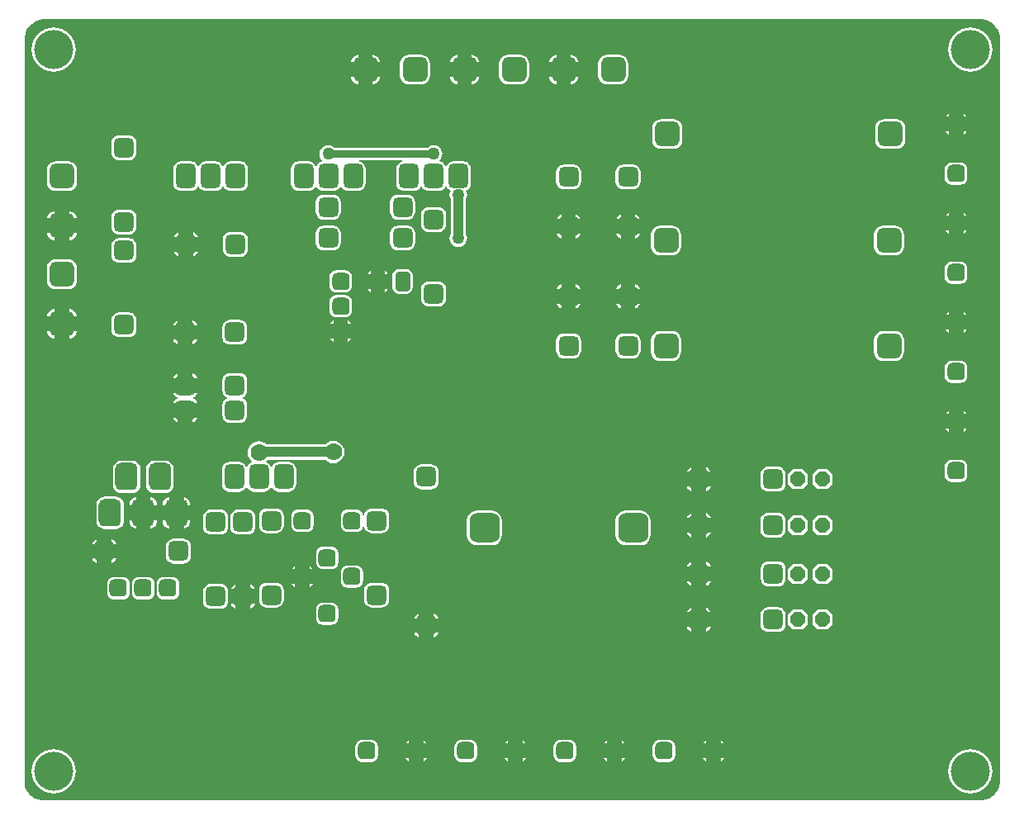
<source format=gtl>
G04*
G04 #@! TF.GenerationSoftware,Altium Limited,Altium Designer,18.1.9 (240)*
G04*
G04 Layer_Physical_Order=1*
G04 Layer_Color=255*
%FSLAX25Y25*%
%MOIN*%
G70*
G01*
G75*
%ADD14C,0.03000*%
%ADD15C,0.04000*%
G04:AMPARAMS|DCode=16|XSize=80mil|YSize=100mil|CornerRadius=20mil|HoleSize=0mil|Usage=FLASHONLY|Rotation=0.000|XOffset=0mil|YOffset=0mil|HoleType=Round|Shape=RoundedRectangle|*
%AMROUNDEDRECTD16*
21,1,0.08000,0.06000,0,0,0.0*
21,1,0.04000,0.10000,0,0,0.0*
1,1,0.04000,0.02000,-0.03000*
1,1,0.04000,-0.02000,-0.03000*
1,1,0.04000,-0.02000,0.03000*
1,1,0.04000,0.02000,0.03000*
%
%ADD16ROUNDEDRECTD16*%
G04:AMPARAMS|DCode=17|XSize=80mil|YSize=80mil|CornerRadius=20mil|HoleSize=0mil|Usage=FLASHONLY|Rotation=90.000|XOffset=0mil|YOffset=0mil|HoleType=Round|Shape=RoundedRectangle|*
%AMROUNDEDRECTD17*
21,1,0.08000,0.04000,0,0,90.0*
21,1,0.04000,0.08000,0,0,90.0*
1,1,0.04000,0.02000,0.02000*
1,1,0.04000,0.02000,-0.02000*
1,1,0.04000,-0.02000,-0.02000*
1,1,0.04000,-0.02000,0.02000*
%
%ADD17ROUNDEDRECTD17*%
G04:AMPARAMS|DCode=18|XSize=80mil|YSize=80mil|CornerRadius=20mil|HoleSize=0mil|Usage=FLASHONLY|Rotation=180.000|XOffset=0mil|YOffset=0mil|HoleType=Round|Shape=RoundedRectangle|*
%AMROUNDEDRECTD18*
21,1,0.08000,0.04000,0,0,180.0*
21,1,0.04000,0.08000,0,0,180.0*
1,1,0.04000,-0.02000,0.02000*
1,1,0.04000,0.02000,0.02000*
1,1,0.04000,0.02000,-0.02000*
1,1,0.04000,-0.02000,-0.02000*
%
%ADD18ROUNDEDRECTD18*%
%ADD19C,0.15748*%
G04:AMPARAMS|DCode=20|XSize=70mil|YSize=70mil|CornerRadius=17.5mil|HoleSize=0mil|Usage=FLASHONLY|Rotation=90.000|XOffset=0mil|YOffset=0mil|HoleType=Round|Shape=RoundedRectangle|*
%AMROUNDEDRECTD20*
21,1,0.07000,0.03500,0,0,90.0*
21,1,0.03500,0.07000,0,0,90.0*
1,1,0.03500,0.01750,0.01750*
1,1,0.03500,0.01750,-0.01750*
1,1,0.03500,-0.01750,-0.01750*
1,1,0.03500,-0.01750,0.01750*
%
%ADD20ROUNDEDRECTD20*%
G04:AMPARAMS|DCode=21|XSize=70mil|YSize=70mil|CornerRadius=17.5mil|HoleSize=0mil|Usage=FLASHONLY|Rotation=0.000|XOffset=0mil|YOffset=0mil|HoleType=Round|Shape=RoundedRectangle|*
%AMROUNDEDRECTD21*
21,1,0.07000,0.03500,0,0,0.0*
21,1,0.03500,0.07000,0,0,0.0*
1,1,0.03500,0.01750,-0.01750*
1,1,0.03500,-0.01750,-0.01750*
1,1,0.03500,-0.01750,0.01750*
1,1,0.03500,0.01750,0.01750*
%
%ADD21ROUNDEDRECTD21*%
G04:AMPARAMS|DCode=22|XSize=120mil|YSize=120mil|CornerRadius=30mil|HoleSize=0mil|Usage=FLASHONLY|Rotation=0.000|XOffset=0mil|YOffset=0mil|HoleType=Round|Shape=RoundedRectangle|*
%AMROUNDEDRECTD22*
21,1,0.12000,0.06000,0,0,0.0*
21,1,0.06000,0.12000,0,0,0.0*
1,1,0.06000,0.03000,-0.03000*
1,1,0.06000,-0.03000,-0.03000*
1,1,0.06000,-0.03000,0.03000*
1,1,0.06000,0.03000,0.03000*
%
%ADD22ROUNDEDRECTD22*%
G04:AMPARAMS|DCode=23|XSize=90mil|YSize=110mil|CornerRadius=22.5mil|HoleSize=0mil|Usage=FLASHONLY|Rotation=0.000|XOffset=0mil|YOffset=0mil|HoleType=Round|Shape=RoundedRectangle|*
%AMROUNDEDRECTD23*
21,1,0.09000,0.06500,0,0,0.0*
21,1,0.04500,0.11000,0,0,0.0*
1,1,0.04500,0.02250,-0.03250*
1,1,0.04500,-0.02250,-0.03250*
1,1,0.04500,-0.02250,0.03250*
1,1,0.04500,0.02250,0.03250*
%
%ADD23ROUNDEDRECTD23*%
G04:AMPARAMS|DCode=24|XSize=100mil|YSize=100mil|CornerRadius=25mil|HoleSize=0mil|Usage=FLASHONLY|Rotation=0.000|XOffset=0mil|YOffset=0mil|HoleType=Round|Shape=RoundedRectangle|*
%AMROUNDEDRECTD24*
21,1,0.10000,0.05000,0,0,0.0*
21,1,0.05000,0.10000,0,0,0.0*
1,1,0.05000,0.02500,-0.02500*
1,1,0.05000,-0.02500,-0.02500*
1,1,0.05000,-0.02500,0.02500*
1,1,0.05000,0.02500,0.02500*
%
%ADD24ROUNDEDRECTD24*%
G04:AMPARAMS|DCode=25|XSize=60mil|YSize=80mil|CornerRadius=15mil|HoleSize=0mil|Usage=FLASHONLY|Rotation=180.000|XOffset=0mil|YOffset=0mil|HoleType=Round|Shape=RoundedRectangle|*
%AMROUNDEDRECTD25*
21,1,0.06000,0.05000,0,0,180.0*
21,1,0.03000,0.08000,0,0,180.0*
1,1,0.03000,-0.01500,0.02500*
1,1,0.03000,0.01500,0.02500*
1,1,0.03000,0.01500,-0.02500*
1,1,0.03000,-0.01500,-0.02500*
%
%ADD25ROUNDEDRECTD25*%
G04:AMPARAMS|DCode=26|XSize=100mil|YSize=100mil|CornerRadius=25mil|HoleSize=0mil|Usage=FLASHONLY|Rotation=90.000|XOffset=0mil|YOffset=0mil|HoleType=Round|Shape=RoundedRectangle|*
%AMROUNDEDRECTD26*
21,1,0.10000,0.05000,0,0,90.0*
21,1,0.05000,0.10000,0,0,90.0*
1,1,0.05000,0.02500,0.02500*
1,1,0.05000,0.02500,-0.02500*
1,1,0.05000,-0.02500,-0.02500*
1,1,0.05000,-0.02500,0.02500*
%
%ADD26ROUNDEDRECTD26*%
%ADD27P,0.06494X8X202.5*%
%ADD28C,0.05000*%
%ADD29C,0.07000*%
G36*
X388123Y315150D02*
X389557Y314557D01*
X390846Y313695D01*
X391943Y312598D01*
X392805Y311309D01*
X393398Y309875D01*
X393701Y308354D01*
Y307087D01*
X393701D01*
Y7874D01*
Y7098D01*
X393398Y5577D01*
X392805Y4144D01*
X391943Y2855D01*
X390846Y1758D01*
X389557Y896D01*
X388123Y303D01*
X386602Y0D01*
X7098D01*
X5577Y303D01*
X4144Y896D01*
X2855Y1758D01*
X1758Y2855D01*
X896Y4144D01*
X303Y5577D01*
X-0Y7098D01*
Y7874D01*
Y306996D01*
Y307829D01*
X325Y309463D01*
X962Y311002D01*
X1888Y312387D01*
X3066Y313565D01*
X4451Y314490D01*
X5990Y315128D01*
X7624Y315453D01*
X386602D01*
X388123Y315150D01*
D02*
G37*
%LPC*%
G36*
X220630Y300971D02*
Y297953D01*
X223648D01*
X223587Y298414D01*
X223234Y299265D01*
X222673Y299996D01*
X221942Y300557D01*
X221091Y300910D01*
X220630Y300971D01*
D02*
G37*
G36*
X180630D02*
Y297953D01*
X183648D01*
X183587Y298414D01*
X183234Y299265D01*
X182673Y299996D01*
X181942Y300557D01*
X181091Y300910D01*
X180630Y300971D01*
D02*
G37*
G36*
X140630D02*
Y297953D01*
X143648D01*
X143587Y298414D01*
X143234Y299265D01*
X142673Y299996D01*
X141942Y300557D01*
X141091Y300910D01*
X140630Y300971D01*
D02*
G37*
G36*
X214724D02*
X214264Y300910D01*
X213412Y300557D01*
X212681Y299996D01*
X212120Y299265D01*
X211767Y298414D01*
X211707Y297953D01*
X214724D01*
Y300971D01*
D02*
G37*
G36*
X174724D02*
X174264Y300910D01*
X173412Y300557D01*
X172681Y299996D01*
X172120Y299265D01*
X171767Y298414D01*
X171707Y297953D01*
X174724D01*
Y300971D01*
D02*
G37*
G36*
X134724D02*
X134264Y300910D01*
X133412Y300557D01*
X132681Y299996D01*
X132120Y299265D01*
X131767Y298414D01*
X131707Y297953D01*
X134724D01*
Y300971D01*
D02*
G37*
G36*
X381890Y312067D02*
X380150Y311895D01*
X378477Y311388D01*
X376936Y310564D01*
X375585Y309455D01*
X374476Y308104D01*
X373652Y306562D01*
X373144Y304889D01*
X372973Y303150D01*
X373144Y301410D01*
X373652Y299737D01*
X374476Y298196D01*
X375585Y296844D01*
X376936Y295735D01*
X378477Y294911D01*
X380150Y294404D01*
X381890Y294233D01*
X383629Y294404D01*
X385302Y294911D01*
X386844Y295735D01*
X388195Y296844D01*
X389304Y298196D01*
X390128Y299737D01*
X390635Y301410D01*
X390807Y303150D01*
X390635Y304889D01*
X390128Y306562D01*
X389304Y308104D01*
X388195Y309455D01*
X386844Y310564D01*
X385302Y311388D01*
X383629Y311895D01*
X381890Y312067D01*
D02*
G37*
G36*
X11811D02*
X10071Y311895D01*
X8399Y311388D01*
X6857Y310564D01*
X5506Y309455D01*
X4397Y308104D01*
X3573Y306562D01*
X3065Y304889D01*
X2894Y303150D01*
X3065Y301410D01*
X3573Y299737D01*
X4397Y298196D01*
X5506Y296844D01*
X6857Y295735D01*
X8399Y294911D01*
X10071Y294404D01*
X11811Y294233D01*
X13551Y294404D01*
X15223Y294911D01*
X16765Y295735D01*
X18116Y296844D01*
X19225Y298196D01*
X20049Y299737D01*
X20557Y301410D01*
X20728Y303150D01*
X20557Y304889D01*
X20049Y306562D01*
X19225Y308104D01*
X18116Y309455D01*
X16765Y310564D01*
X15223Y311388D01*
X13551Y311895D01*
X11811Y312067D01*
D02*
G37*
G36*
X223648Y292047D02*
X220630D01*
Y289029D01*
X221091Y289090D01*
X221942Y289443D01*
X222673Y290004D01*
X223234Y290735D01*
X223587Y291586D01*
X223648Y292047D01*
D02*
G37*
G36*
X183648D02*
X180630D01*
Y289029D01*
X181091Y289090D01*
X181942Y289443D01*
X182673Y290004D01*
X183234Y290735D01*
X183587Y291586D01*
X183648Y292047D01*
D02*
G37*
G36*
X143648D02*
X140630D01*
Y289029D01*
X141091Y289090D01*
X141942Y289443D01*
X142673Y290004D01*
X143234Y290735D01*
X143587Y291586D01*
X143648Y292047D01*
D02*
G37*
G36*
X214724D02*
X211707D01*
X211767Y291586D01*
X212120Y290735D01*
X212681Y290004D01*
X213412Y289443D01*
X214264Y289090D01*
X214724Y289029D01*
Y292047D01*
D02*
G37*
G36*
X174724D02*
X171707D01*
X171767Y291586D01*
X172120Y290735D01*
X172681Y290004D01*
X173412Y289443D01*
X174264Y289090D01*
X174724Y289029D01*
Y292047D01*
D02*
G37*
G36*
X134724D02*
X131707D01*
X131767Y291586D01*
X132120Y290735D01*
X132681Y290004D01*
X133412Y289443D01*
X134264Y289090D01*
X134724Y289029D01*
Y292047D01*
D02*
G37*
G36*
X240177Y301030D02*
X235177D01*
X234263Y300910D01*
X233412Y300557D01*
X232681Y299996D01*
X232120Y299265D01*
X231767Y298414D01*
X231647Y297500D01*
Y292500D01*
X231767Y291586D01*
X232120Y290735D01*
X232681Y290004D01*
X233412Y289443D01*
X234263Y289090D01*
X235177Y288970D01*
X240177D01*
X241091Y289090D01*
X241942Y289443D01*
X242673Y290004D01*
X243234Y290735D01*
X243587Y291586D01*
X243707Y292500D01*
Y297500D01*
X243587Y298414D01*
X243234Y299265D01*
X242673Y299996D01*
X241942Y300557D01*
X241091Y300910D01*
X240177Y301030D01*
D02*
G37*
G36*
X200177D02*
X195177D01*
X194264Y300910D01*
X193412Y300557D01*
X192681Y299996D01*
X192120Y299265D01*
X191767Y298414D01*
X191647Y297500D01*
Y292500D01*
X191767Y291586D01*
X192120Y290735D01*
X192681Y290004D01*
X193412Y289443D01*
X194264Y289090D01*
X195177Y288970D01*
X200177D01*
X201091Y289090D01*
X201942Y289443D01*
X202673Y290004D01*
X203234Y290735D01*
X203587Y291586D01*
X203707Y292500D01*
Y297500D01*
X203587Y298414D01*
X203234Y299265D01*
X202673Y299996D01*
X201942Y300557D01*
X201091Y300910D01*
X200177Y301030D01*
D02*
G37*
G36*
X160177D02*
X155177D01*
X154263Y300910D01*
X153412Y300557D01*
X152681Y299996D01*
X152120Y299265D01*
X151767Y298414D01*
X151647Y297500D01*
Y292500D01*
X151767Y291586D01*
X152120Y290735D01*
X152681Y290004D01*
X153412Y289443D01*
X154263Y289090D01*
X155177Y288970D01*
X160177D01*
X161091Y289090D01*
X161942Y289443D01*
X162673Y290004D01*
X163234Y290735D01*
X163587Y291586D01*
X163707Y292500D01*
Y297500D01*
X163587Y298414D01*
X163234Y299265D01*
X162673Y299996D01*
X161942Y300557D01*
X161091Y300910D01*
X160177Y301030D01*
D02*
G37*
G36*
X379035Y277299D02*
Y276024D01*
X380311D01*
X380235Y276208D01*
X379794Y276782D01*
X379220Y277223D01*
X379035Y277299D01*
D02*
G37*
G36*
X373130Y277299D02*
X372946Y277223D01*
X372371Y276782D01*
X371931Y276208D01*
X371854Y276024D01*
X373130D01*
Y277299D01*
D02*
G37*
G36*
X380311Y270118D02*
X379035D01*
Y268843D01*
X379220Y268919D01*
X379794Y269359D01*
X380235Y269934D01*
X380311Y270118D01*
D02*
G37*
G36*
X373130D02*
X371854D01*
X371931Y269934D01*
X372371Y269359D01*
X372946Y268919D01*
X373130Y268843D01*
Y270118D01*
D02*
G37*
G36*
X165177Y264530D02*
X164263Y264410D01*
X163412Y264057D01*
X162750Y263549D01*
X125105D01*
X124442Y264057D01*
X123591Y264410D01*
X122677Y264530D01*
X121764Y264410D01*
X120912Y264057D01*
X120181Y263496D01*
X119620Y262765D01*
X119267Y261914D01*
X119147Y261000D01*
X119267Y260086D01*
X119620Y259235D01*
X120181Y258504D01*
X120224Y258471D01*
X120084Y257948D01*
X119894Y257923D01*
X119164Y257621D01*
X118537Y257140D01*
X118057Y256513D01*
X117948Y256250D01*
X117407D01*
X117298Y256513D01*
X116817Y257140D01*
X116190Y257621D01*
X115460Y257923D01*
X114677Y258026D01*
X110677D01*
X109894Y257923D01*
X109164Y257621D01*
X108537Y257140D01*
X108057Y256513D01*
X107754Y255783D01*
X107651Y255000D01*
Y249000D01*
X107754Y248217D01*
X108057Y247487D01*
X108537Y246860D01*
X109164Y246379D01*
X109894Y246077D01*
X110677Y245974D01*
X114677D01*
X115460Y246077D01*
X116190Y246379D01*
X116817Y246860D01*
X117298Y247487D01*
X117407Y247750D01*
X117948D01*
X118057Y247487D01*
X118537Y246860D01*
X119164Y246379D01*
X119894Y246077D01*
X120677Y245974D01*
X124677D01*
X125460Y246077D01*
X126190Y246379D01*
X126817Y246860D01*
X127298Y247487D01*
X127407Y247750D01*
X127948D01*
X128057Y247487D01*
X128537Y246860D01*
X129164Y246379D01*
X129894Y246077D01*
X130677Y245974D01*
X134677D01*
X135460Y246077D01*
X136190Y246379D01*
X136817Y246860D01*
X137298Y247487D01*
X137600Y248217D01*
X137703Y249000D01*
Y255000D01*
X137600Y255783D01*
X137298Y256513D01*
X136817Y257140D01*
X136190Y257621D01*
X135460Y257923D01*
X135246Y257951D01*
X135279Y258451D01*
X152576D01*
X152608Y257951D01*
X152394Y257923D01*
X151664Y257621D01*
X151038Y257140D01*
X150557Y256513D01*
X150254Y255783D01*
X150151Y255000D01*
Y249000D01*
X150254Y248217D01*
X150557Y247487D01*
X151038Y246860D01*
X151664Y246379D01*
X152394Y246077D01*
X153177Y245974D01*
X157177D01*
X157960Y246077D01*
X158690Y246379D01*
X159317Y246860D01*
X159798Y247487D01*
X159907Y247750D01*
X160448D01*
X160557Y247487D01*
X161038Y246860D01*
X161664Y246379D01*
X162394Y246077D01*
X163177Y245974D01*
X167177D01*
X167960Y246077D01*
X168690Y246379D01*
X169317Y246860D01*
X169798Y247487D01*
X169907Y247750D01*
X170448D01*
X170557Y247487D01*
X171037Y246860D01*
X171664Y246379D01*
X172094Y246202D01*
X171767Y245414D01*
X171647Y244500D01*
X171767Y243586D01*
X172120Y242735D01*
X172151Y242694D01*
Y228806D01*
X172120Y228765D01*
X171767Y227914D01*
X171647Y227000D01*
X171767Y226086D01*
X172120Y225235D01*
X172681Y224504D01*
X173412Y223943D01*
X174264Y223590D01*
X175177Y223470D01*
X176091Y223590D01*
X176942Y223943D01*
X177673Y224504D01*
X178234Y225235D01*
X178587Y226086D01*
X178707Y227000D01*
X178587Y227914D01*
X178234Y228765D01*
X178203Y228806D01*
Y242694D01*
X178234Y242735D01*
X178587Y243586D01*
X178707Y244500D01*
X178587Y245414D01*
X178261Y246202D01*
X178690Y246379D01*
X179317Y246860D01*
X179798Y247487D01*
X180100Y248217D01*
X180203Y249000D01*
Y255000D01*
X180100Y255783D01*
X179798Y256513D01*
X179317Y257140D01*
X178690Y257621D01*
X177960Y257923D01*
X177177Y258026D01*
X173177D01*
X172394Y257923D01*
X171664Y257621D01*
X171037Y257140D01*
X170557Y256513D01*
X170448Y256250D01*
X169907D01*
X169798Y256513D01*
X169317Y257140D01*
X168690Y257621D01*
X167960Y257923D01*
X167770Y257948D01*
X167630Y258471D01*
X167673Y258504D01*
X168234Y259235D01*
X168587Y260086D01*
X168707Y261000D01*
X168587Y261914D01*
X168234Y262765D01*
X167673Y263496D01*
X166942Y264057D01*
X166091Y264410D01*
X165177Y264530D01*
D02*
G37*
G36*
X352000Y275030D02*
X347000D01*
X346086Y274910D01*
X345235Y274557D01*
X344504Y273996D01*
X343943Y273265D01*
X343590Y272414D01*
X343470Y271500D01*
Y266500D01*
X343590Y265586D01*
X343943Y264735D01*
X344504Y264004D01*
X345235Y263443D01*
X346086Y263090D01*
X347000Y262970D01*
X352000D01*
X352914Y263090D01*
X353765Y263443D01*
X354496Y264004D01*
X355057Y264735D01*
X355410Y265586D01*
X355530Y266500D01*
Y271500D01*
X355410Y272414D01*
X355057Y273265D01*
X354496Y273996D01*
X353765Y274557D01*
X352914Y274910D01*
X352000Y275030D01*
D02*
G37*
G36*
X262000D02*
X257000D01*
X256086Y274910D01*
X255235Y274557D01*
X254504Y273996D01*
X253943Y273265D01*
X253590Y272414D01*
X253470Y271500D01*
Y266500D01*
X253590Y265586D01*
X253943Y264735D01*
X254504Y264004D01*
X255235Y263443D01*
X256086Y263090D01*
X257000Y262970D01*
X262000D01*
X262914Y263090D01*
X263765Y263443D01*
X264496Y264004D01*
X265057Y264735D01*
X265410Y265586D01*
X265530Y266500D01*
Y271500D01*
X265410Y272414D01*
X265057Y273265D01*
X264496Y273996D01*
X263765Y274557D01*
X262914Y274910D01*
X262000Y275030D01*
D02*
G37*
G36*
X42177Y268526D02*
X38177D01*
X37394Y268423D01*
X36664Y268121D01*
X36037Y267640D01*
X35557Y267013D01*
X35254Y266283D01*
X35151Y265500D01*
Y261500D01*
X35254Y260717D01*
X35557Y259987D01*
X36037Y259360D01*
X36664Y258879D01*
X37394Y258577D01*
X38177Y258474D01*
X42177D01*
X42960Y258577D01*
X43690Y258879D01*
X44317Y259360D01*
X44798Y259987D01*
X45100Y260717D01*
X45203Y261500D01*
Y265500D01*
X45100Y266283D01*
X44798Y267013D01*
X44317Y267640D01*
X43690Y268121D01*
X42960Y268423D01*
X42177Y268526D01*
D02*
G37*
G36*
X87177Y258026D02*
X83177D01*
X82394Y257923D01*
X81664Y257621D01*
X81037Y257140D01*
X80557Y256513D01*
X80448Y256250D01*
X79907D01*
X79798Y256513D01*
X79317Y257140D01*
X78690Y257621D01*
X77960Y257923D01*
X77177Y258026D01*
X73177D01*
X72394Y257923D01*
X71664Y257621D01*
X71038Y257140D01*
X70557Y256513D01*
X70448Y256250D01*
X69907D01*
X69798Y256513D01*
X69317Y257140D01*
X68690Y257621D01*
X67960Y257923D01*
X67177Y258026D01*
X63177D01*
X62394Y257923D01*
X61664Y257621D01*
X61037Y257140D01*
X60557Y256513D01*
X60254Y255783D01*
X60151Y255000D01*
Y249000D01*
X60254Y248217D01*
X60557Y247487D01*
X61037Y246860D01*
X61664Y246379D01*
X62394Y246077D01*
X63177Y245974D01*
X67177D01*
X67960Y246077D01*
X68690Y246379D01*
X69317Y246860D01*
X69798Y247487D01*
X69907Y247750D01*
X70448D01*
X70557Y247487D01*
X71038Y246860D01*
X71664Y246379D01*
X72394Y246077D01*
X73177Y245974D01*
X77177D01*
X77960Y246077D01*
X78690Y246379D01*
X79317Y246860D01*
X79798Y247487D01*
X79907Y247750D01*
X80448D01*
X80557Y247487D01*
X81037Y246860D01*
X81664Y246379D01*
X82394Y246077D01*
X83177Y245974D01*
X87177D01*
X87960Y246077D01*
X88690Y246379D01*
X89317Y246860D01*
X89798Y247487D01*
X90100Y248217D01*
X90203Y249000D01*
Y255000D01*
X90100Y255783D01*
X89798Y256513D01*
X89317Y257140D01*
X88690Y257621D01*
X87960Y257923D01*
X87177Y258026D01*
D02*
G37*
G36*
X377833Y257595D02*
X374333D01*
X373615Y257500D01*
X372946Y257223D01*
X372371Y256782D01*
X371931Y256208D01*
X371654Y255539D01*
X371559Y254821D01*
Y251321D01*
X371654Y250603D01*
X371931Y249934D01*
X372371Y249359D01*
X372946Y248919D01*
X373615Y248642D01*
X374333Y248547D01*
X377833D01*
X378551Y248642D01*
X379220Y248919D01*
X379794Y249359D01*
X380235Y249934D01*
X380512Y250603D01*
X380606Y251321D01*
Y254821D01*
X380512Y255539D01*
X380235Y256208D01*
X379794Y256782D01*
X379220Y257223D01*
X378551Y257500D01*
X377833Y257595D01*
D02*
G37*
G36*
X245677Y256706D02*
X241677D01*
X240894Y256603D01*
X240164Y256300D01*
X239538Y255820D01*
X239057Y255193D01*
X238754Y254463D01*
X238651Y253680D01*
Y249680D01*
X238754Y248897D01*
X239057Y248167D01*
X239538Y247540D01*
X240164Y247059D01*
X240894Y246757D01*
X241677Y246654D01*
X245677D01*
X246460Y246757D01*
X247190Y247059D01*
X247817Y247540D01*
X248298Y248167D01*
X248600Y248897D01*
X248703Y249680D01*
Y253680D01*
X248600Y254463D01*
X248298Y255193D01*
X247817Y255820D01*
X247190Y256300D01*
X246460Y256603D01*
X245677Y256706D01*
D02*
G37*
G36*
X221677D02*
X217677D01*
X216894Y256603D01*
X216164Y256300D01*
X215538Y255820D01*
X215057Y255193D01*
X214754Y254463D01*
X214651Y253680D01*
Y249680D01*
X214754Y248897D01*
X215057Y248167D01*
X215538Y247540D01*
X216164Y247059D01*
X216894Y246757D01*
X217677Y246654D01*
X221677D01*
X222460Y246757D01*
X223190Y247059D01*
X223817Y247540D01*
X224298Y248167D01*
X224600Y248897D01*
X224703Y249680D01*
Y253680D01*
X224600Y254463D01*
X224298Y255193D01*
X223817Y255820D01*
X223190Y256300D01*
X222460Y256603D01*
X221677Y256706D01*
D02*
G37*
G36*
X17677Y258030D02*
X12677D01*
X11763Y257910D01*
X10912Y257557D01*
X10181Y256996D01*
X9620Y256265D01*
X9267Y255414D01*
X9147Y254500D01*
Y249500D01*
X9267Y248586D01*
X9620Y247735D01*
X10181Y247004D01*
X10912Y246443D01*
X11763Y246090D01*
X12677Y245970D01*
X17677D01*
X18591Y246090D01*
X19442Y246443D01*
X20173Y247004D01*
X20734Y247735D01*
X21087Y248586D01*
X21207Y249500D01*
Y254500D01*
X21087Y255414D01*
X20734Y256265D01*
X20173Y256996D01*
X19442Y257557D01*
X18591Y257910D01*
X17677Y258030D01*
D02*
G37*
G36*
X379035Y237299D02*
Y236024D01*
X380311D01*
X380235Y236208D01*
X379794Y236782D01*
X379220Y237223D01*
X379035Y237299D01*
D02*
G37*
G36*
X373130Y237299D02*
X372946Y237223D01*
X372371Y236782D01*
X371931Y236208D01*
X371854Y236024D01*
X373130D01*
Y237299D01*
D02*
G37*
G36*
X18130Y237971D02*
Y234953D01*
X21148D01*
X21087Y235414D01*
X20734Y236265D01*
X20173Y236996D01*
X19442Y237557D01*
X18591Y237910D01*
X18130Y237971D01*
D02*
G37*
G36*
X12224D02*
X11763Y237910D01*
X10912Y237557D01*
X10181Y236996D01*
X9620Y236265D01*
X9267Y235414D01*
X9207Y234953D01*
X12224D01*
Y237971D01*
D02*
G37*
G36*
X246630Y236532D02*
Y234633D01*
X248530D01*
X248298Y235193D01*
X247817Y235820D01*
X247190Y236300D01*
X246630Y236532D01*
D02*
G37*
G36*
X222630D02*
Y234633D01*
X224530D01*
X224298Y235193D01*
X223817Y235820D01*
X223190Y236300D01*
X222630Y236532D01*
D02*
G37*
G36*
X240724D02*
X240164Y236300D01*
X239538Y235820D01*
X239057Y235193D01*
X238825Y234633D01*
X240724D01*
Y236532D01*
D02*
G37*
G36*
X216724D02*
X216164Y236300D01*
X215538Y235820D01*
X215057Y235193D01*
X214825Y234633D01*
X216724D01*
Y236532D01*
D02*
G37*
G36*
X154677Y244526D02*
X150677D01*
X149894Y244423D01*
X149164Y244121D01*
X148538Y243640D01*
X148057Y243013D01*
X147754Y242283D01*
X147651Y241500D01*
Y237500D01*
X147754Y236717D01*
X148057Y235987D01*
X148538Y235360D01*
X149164Y234879D01*
X149894Y234577D01*
X150677Y234474D01*
X154677D01*
X155460Y234577D01*
X156190Y234879D01*
X156817Y235360D01*
X157298Y235987D01*
X157600Y236717D01*
X157703Y237500D01*
Y241500D01*
X157600Y242283D01*
X157298Y243013D01*
X156817Y243640D01*
X156190Y244121D01*
X155460Y244423D01*
X154677Y244526D01*
D02*
G37*
G36*
X124677D02*
X120677D01*
X119894Y244423D01*
X119164Y244121D01*
X118537Y243640D01*
X118057Y243013D01*
X117754Y242283D01*
X117651Y241500D01*
Y237500D01*
X117754Y236717D01*
X118057Y235987D01*
X118537Y235360D01*
X119164Y234879D01*
X119894Y234577D01*
X120677Y234474D01*
X124677D01*
X125460Y234577D01*
X126190Y234879D01*
X126817Y235360D01*
X127298Y235987D01*
X127600Y236717D01*
X127703Y237500D01*
Y241500D01*
X127600Y242283D01*
X127298Y243013D01*
X126817Y243640D01*
X126190Y244121D01*
X125460Y244423D01*
X124677Y244526D01*
D02*
G37*
G36*
X167177Y239526D02*
X163177D01*
X162394Y239423D01*
X161664Y239121D01*
X161038Y238640D01*
X160557Y238013D01*
X160254Y237283D01*
X160151Y236500D01*
Y232500D01*
X160254Y231717D01*
X160557Y230987D01*
X161038Y230360D01*
X161664Y229879D01*
X162394Y229577D01*
X163177Y229474D01*
X167177D01*
X167960Y229577D01*
X168690Y229879D01*
X169317Y230360D01*
X169798Y230987D01*
X170100Y231717D01*
X170203Y232500D01*
Y236500D01*
X170100Y237283D01*
X169798Y238013D01*
X169317Y238640D01*
X168690Y239121D01*
X167960Y239423D01*
X167177Y239526D01*
D02*
G37*
G36*
X380311Y230118D02*
X379035D01*
Y228842D01*
X379220Y228919D01*
X379794Y229360D01*
X380235Y229934D01*
X380311Y230118D01*
D02*
G37*
G36*
X373130D02*
X371854D01*
X371931Y229934D01*
X372371Y229360D01*
X372946Y228919D01*
X373130Y228842D01*
Y230118D01*
D02*
G37*
G36*
X42177Y238526D02*
X38177D01*
X37394Y238423D01*
X36664Y238121D01*
X36037Y237640D01*
X35557Y237013D01*
X35254Y236283D01*
X35151Y235500D01*
Y231500D01*
X35254Y230717D01*
X35557Y229987D01*
X36037Y229360D01*
X36664Y228879D01*
X37394Y228577D01*
X38177Y228474D01*
X42177D01*
X42960Y228577D01*
X43690Y228879D01*
X44317Y229360D01*
X44798Y229987D01*
X45100Y230717D01*
X45203Y231500D01*
Y235500D01*
X45100Y236283D01*
X44798Y237013D01*
X44317Y237640D01*
X43690Y238121D01*
X42960Y238423D01*
X42177Y238526D01*
D02*
G37*
G36*
X68130Y229353D02*
Y227453D01*
X70030D01*
X69798Y228013D01*
X69317Y228640D01*
X68690Y229120D01*
X68130Y229353D01*
D02*
G37*
G36*
X62224D02*
X61664Y229120D01*
X61037Y228640D01*
X60557Y228013D01*
X60325Y227453D01*
X62224D01*
Y229353D01*
D02*
G37*
G36*
X248530Y228727D02*
X246630D01*
Y226828D01*
X247190Y227060D01*
X247817Y227540D01*
X248298Y228167D01*
X248530Y228727D01*
D02*
G37*
G36*
X224530D02*
X222630D01*
Y226828D01*
X223190Y227060D01*
X223817Y227540D01*
X224298Y228167D01*
X224530Y228727D01*
D02*
G37*
G36*
X240724D02*
X238825D01*
X239057Y228167D01*
X239538Y227540D01*
X240164Y227060D01*
X240724Y226828D01*
Y228727D01*
D02*
G37*
G36*
X216724D02*
X214825D01*
X215057Y228167D01*
X215538Y227540D01*
X216164Y227060D01*
X216724Y226828D01*
Y228727D01*
D02*
G37*
G36*
X21148Y229047D02*
X18130D01*
Y226029D01*
X18591Y226090D01*
X19442Y226443D01*
X20173Y227004D01*
X20734Y227735D01*
X21087Y228586D01*
X21148Y229047D01*
D02*
G37*
G36*
X12224D02*
X9207D01*
X9267Y228586D01*
X9620Y227735D01*
X10181Y227004D01*
X10912Y226443D01*
X11763Y226090D01*
X12224Y226029D01*
Y229047D01*
D02*
G37*
G36*
X154677Y232026D02*
X150677D01*
X149894Y231923D01*
X149164Y231621D01*
X148538Y231140D01*
X148057Y230513D01*
X147754Y229783D01*
X147651Y229000D01*
Y225000D01*
X147754Y224217D01*
X148057Y223487D01*
X148538Y222860D01*
X149164Y222379D01*
X149894Y222077D01*
X150677Y221974D01*
X154677D01*
X155460Y222077D01*
X156190Y222379D01*
X156817Y222860D01*
X157298Y223487D01*
X157600Y224217D01*
X157703Y225000D01*
Y229000D01*
X157600Y229783D01*
X157298Y230513D01*
X156817Y231140D01*
X156190Y231621D01*
X155460Y231923D01*
X154677Y232026D01*
D02*
G37*
G36*
X124677D02*
X120677D01*
X119894Y231923D01*
X119164Y231621D01*
X118537Y231140D01*
X118057Y230513D01*
X117754Y229783D01*
X117651Y229000D01*
Y225000D01*
X117754Y224217D01*
X118057Y223487D01*
X118537Y222860D01*
X119164Y222379D01*
X119894Y222077D01*
X120677Y221974D01*
X124677D01*
X125460Y222077D01*
X126190Y222379D01*
X126817Y222860D01*
X127298Y223487D01*
X127600Y224217D01*
X127703Y225000D01*
Y229000D01*
X127600Y229783D01*
X127298Y230513D01*
X126817Y231140D01*
X126190Y231621D01*
X125460Y231923D01*
X124677Y232026D01*
D02*
G37*
G36*
X351500Y232030D02*
X346500D01*
X345586Y231910D01*
X344735Y231557D01*
X344004Y230996D01*
X343443Y230265D01*
X343090Y229414D01*
X342970Y228500D01*
Y223500D01*
X343090Y222586D01*
X343443Y221735D01*
X344004Y221004D01*
X344735Y220443D01*
X345586Y220090D01*
X346500Y219970D01*
X351500D01*
X352414Y220090D01*
X353265Y220443D01*
X353996Y221004D01*
X354557Y221735D01*
X354910Y222586D01*
X355030Y223500D01*
Y228500D01*
X354910Y229414D01*
X354557Y230265D01*
X353996Y230996D01*
X353265Y231557D01*
X352414Y231910D01*
X351500Y232030D01*
D02*
G37*
G36*
X261500D02*
X256500D01*
X255586Y231910D01*
X254735Y231557D01*
X254004Y230996D01*
X253443Y230265D01*
X253090Y229414D01*
X252970Y228500D01*
Y223500D01*
X253090Y222586D01*
X253443Y221735D01*
X254004Y221004D01*
X254735Y220443D01*
X255586Y220090D01*
X256500Y219970D01*
X261500D01*
X262414Y220090D01*
X263265Y220443D01*
X263996Y221004D01*
X264557Y221735D01*
X264910Y222586D01*
X265030Y223500D01*
Y228500D01*
X264910Y229414D01*
X264557Y230265D01*
X263996Y230996D01*
X263265Y231557D01*
X262414Y231910D01*
X261500Y232030D01*
D02*
G37*
G36*
X70030Y221547D02*
X68130D01*
Y219648D01*
X68690Y219880D01*
X69317Y220360D01*
X69798Y220987D01*
X70030Y221547D01*
D02*
G37*
G36*
X62224D02*
X60325D01*
X60557Y220987D01*
X61037Y220360D01*
X61664Y219880D01*
X62224Y219648D01*
Y221547D01*
D02*
G37*
G36*
X87177Y229526D02*
X83177D01*
X82394Y229423D01*
X81664Y229120D01*
X81037Y228640D01*
X80557Y228013D01*
X80254Y227283D01*
X80151Y226500D01*
Y222500D01*
X80254Y221717D01*
X80557Y220987D01*
X81037Y220360D01*
X81664Y219880D01*
X82394Y219577D01*
X83177Y219474D01*
X87177D01*
X87960Y219577D01*
X88690Y219880D01*
X89317Y220360D01*
X89798Y220987D01*
X90100Y221717D01*
X90203Y222500D01*
Y226500D01*
X90100Y227283D01*
X89798Y228013D01*
X89317Y228640D01*
X88690Y229120D01*
X87960Y229423D01*
X87177Y229526D01*
D02*
G37*
G36*
X42177Y227026D02*
X38177D01*
X37394Y226923D01*
X36664Y226621D01*
X36037Y226140D01*
X35557Y225513D01*
X35254Y224783D01*
X35151Y224000D01*
Y220000D01*
X35254Y219217D01*
X35557Y218487D01*
X36037Y217860D01*
X36664Y217379D01*
X37394Y217077D01*
X38177Y216974D01*
X42177D01*
X42960Y217077D01*
X43690Y217379D01*
X44317Y217860D01*
X44798Y218487D01*
X45100Y219217D01*
X45203Y220000D01*
Y224000D01*
X45100Y224783D01*
X44798Y225513D01*
X44317Y226140D01*
X43690Y226621D01*
X42960Y226923D01*
X42177Y227026D01*
D02*
G37*
G36*
X145630Y214036D02*
Y212453D01*
X146636D01*
X146532Y212976D01*
X145980Y213802D01*
X145630Y214036D01*
D02*
G37*
G36*
X139724D02*
X139375Y213802D01*
X138822Y212976D01*
X138718Y212453D01*
X139724D01*
Y214036D01*
D02*
G37*
G36*
X377833Y217595D02*
X374333D01*
X373615Y217500D01*
X372946Y217223D01*
X372371Y216782D01*
X371931Y216208D01*
X371654Y215539D01*
X371559Y214821D01*
Y211321D01*
X371654Y210603D01*
X371931Y209934D01*
X372371Y209360D01*
X372946Y208919D01*
X373615Y208642D01*
X374333Y208547D01*
X377833D01*
X378551Y208642D01*
X379220Y208919D01*
X379794Y209360D01*
X380235Y209934D01*
X380512Y210603D01*
X380606Y211321D01*
Y214821D01*
X380512Y215539D01*
X380235Y216208D01*
X379794Y216782D01*
X379220Y217223D01*
X378551Y217500D01*
X377833Y217595D01*
D02*
G37*
G36*
X17677Y218530D02*
X12677D01*
X11763Y218410D01*
X10912Y218057D01*
X10181Y217496D01*
X9620Y216765D01*
X9267Y215914D01*
X9147Y215000D01*
Y210000D01*
X9267Y209086D01*
X9620Y208235D01*
X10181Y207504D01*
X10912Y206943D01*
X11763Y206590D01*
X12677Y206470D01*
X17677D01*
X18591Y206590D01*
X19442Y206943D01*
X20173Y207504D01*
X20734Y208235D01*
X21087Y209086D01*
X21207Y210000D01*
Y215000D01*
X21087Y215914D01*
X20734Y216765D01*
X20173Y217496D01*
X19442Y218057D01*
X18591Y218410D01*
X17677Y218530D01*
D02*
G37*
G36*
X222630Y208353D02*
Y206453D01*
X224530D01*
X224298Y207013D01*
X223817Y207640D01*
X223190Y208120D01*
X222630Y208353D01*
D02*
G37*
G36*
X246630D02*
Y206453D01*
X248530D01*
X248298Y207013D01*
X247817Y207640D01*
X247190Y208120D01*
X246630Y208353D01*
D02*
G37*
G36*
X240724D02*
X240164Y208120D01*
X239538Y207640D01*
X239057Y207013D01*
X238825Y206453D01*
X240724D01*
Y208353D01*
D02*
G37*
G36*
X216724D02*
X216164Y208120D01*
X215538Y207640D01*
X215057Y207013D01*
X214825Y206453D01*
X216724D01*
Y208353D01*
D02*
G37*
G36*
X129427Y214024D02*
X125927D01*
X125209Y213929D01*
X124540Y213652D01*
X123966Y213211D01*
X123525Y212637D01*
X123248Y211968D01*
X123153Y211250D01*
Y207750D01*
X123248Y207032D01*
X123525Y206363D01*
X123966Y205789D01*
X124540Y205348D01*
X125209Y205071D01*
X125927Y204976D01*
X129427D01*
X130145Y205071D01*
X130814Y205348D01*
X131388Y205789D01*
X131829Y206363D01*
X132106Y207032D01*
X132201Y207750D01*
Y211250D01*
X132106Y211968D01*
X131829Y212637D01*
X131388Y213211D01*
X130814Y213652D01*
X130145Y213929D01*
X129427Y214024D01*
D02*
G37*
G36*
X146636Y206547D02*
X145630D01*
Y204964D01*
X145980Y205198D01*
X146532Y206025D01*
X146636Y206547D01*
D02*
G37*
G36*
X139724D02*
X138718D01*
X138822Y206025D01*
X139375Y205198D01*
X139724Y204964D01*
Y206547D01*
D02*
G37*
G36*
X154177Y214549D02*
X151177D01*
X150202Y214355D01*
X149375Y213802D01*
X148822Y212976D01*
X148628Y212000D01*
Y207000D01*
X148822Y206025D01*
X149375Y205198D01*
X150202Y204645D01*
X151177Y204451D01*
X154177D01*
X155153Y204645D01*
X155980Y205198D01*
X156532Y206025D01*
X156726Y207000D01*
Y212000D01*
X156532Y212976D01*
X155980Y213802D01*
X155153Y214355D01*
X154177Y214549D01*
D02*
G37*
G36*
X167177Y209526D02*
X163177D01*
X162394Y209423D01*
X161664Y209120D01*
X161038Y208640D01*
X160557Y208013D01*
X160254Y207283D01*
X160151Y206500D01*
Y202500D01*
X160254Y201717D01*
X160557Y200987D01*
X161038Y200360D01*
X161664Y199880D01*
X162394Y199577D01*
X163177Y199474D01*
X167177D01*
X167960Y199577D01*
X168690Y199880D01*
X169317Y200360D01*
X169798Y200987D01*
X170100Y201717D01*
X170203Y202500D01*
Y206500D01*
X170100Y207283D01*
X169798Y208013D01*
X169317Y208640D01*
X168690Y209120D01*
X167960Y209423D01*
X167177Y209526D01*
D02*
G37*
G36*
X224530Y200547D02*
X222630D01*
Y198647D01*
X223190Y198880D01*
X223817Y199360D01*
X224298Y199987D01*
X224530Y200547D01*
D02*
G37*
G36*
X248530D02*
X246630D01*
Y198647D01*
X247190Y198880D01*
X247817Y199360D01*
X248298Y199987D01*
X248530Y200547D01*
D02*
G37*
G36*
X240724D02*
X238825D01*
X239057Y199987D01*
X239538Y199360D01*
X240164Y198880D01*
X240724Y198647D01*
Y200547D01*
D02*
G37*
G36*
X216724D02*
X214825D01*
X215057Y199987D01*
X215538Y199360D01*
X216164Y198880D01*
X216724Y198647D01*
Y200547D01*
D02*
G37*
G36*
X379035Y197299D02*
Y196024D01*
X380311D01*
X380235Y196208D01*
X379794Y196782D01*
X379220Y197223D01*
X379035Y197299D01*
D02*
G37*
G36*
X373130Y197299D02*
X372946Y197223D01*
X372371Y196782D01*
X371931Y196208D01*
X371854Y196024D01*
X373130D01*
Y197299D01*
D02*
G37*
G36*
X18130Y198471D02*
Y195453D01*
X21148D01*
X21087Y195914D01*
X20734Y196765D01*
X20173Y197496D01*
X19442Y198057D01*
X18591Y198410D01*
X18130Y198471D01*
D02*
G37*
G36*
X12224D02*
X11763Y198410D01*
X10912Y198057D01*
X10181Y197496D01*
X9620Y196765D01*
X9267Y195914D01*
X9207Y195453D01*
X12224D01*
Y198471D01*
D02*
G37*
G36*
X129427Y204024D02*
X125927D01*
X125209Y203929D01*
X124540Y203652D01*
X123966Y203211D01*
X123525Y202637D01*
X123248Y201968D01*
X123153Y201250D01*
Y197750D01*
X123248Y197032D01*
X123525Y196363D01*
X123966Y195789D01*
X124540Y195348D01*
X125209Y195071D01*
X125927Y194976D01*
X129427D01*
X130145Y195071D01*
X130814Y195348D01*
X131388Y195789D01*
X131829Y196363D01*
X132106Y197032D01*
X132201Y197750D01*
Y201250D01*
X132106Y201968D01*
X131829Y202637D01*
X131388Y203211D01*
X130814Y203652D01*
X130145Y203929D01*
X129427Y204024D01*
D02*
G37*
G36*
X130630Y193728D02*
Y192453D01*
X131905D01*
X131829Y192637D01*
X131388Y193211D01*
X130814Y193652D01*
X130630Y193728D01*
D02*
G37*
G36*
X124724D02*
X124540Y193652D01*
X123966Y193211D01*
X123525Y192637D01*
X123449Y192453D01*
X124724D01*
Y193728D01*
D02*
G37*
G36*
X67870Y193829D02*
Y191929D01*
X69770D01*
X69538Y192489D01*
X69057Y193116D01*
X68430Y193597D01*
X67870Y193829D01*
D02*
G37*
G36*
X61965D02*
X61404Y193597D01*
X60778Y193116D01*
X60297Y192489D01*
X60065Y191929D01*
X61965D01*
Y193829D01*
D02*
G37*
G36*
X380311Y190118D02*
X379035D01*
Y188842D01*
X379220Y188919D01*
X379794Y189359D01*
X380235Y189934D01*
X380311Y190118D01*
D02*
G37*
G36*
X373130D02*
X371854D01*
X371931Y189934D01*
X372371Y189359D01*
X372946Y188919D01*
X373130Y188842D01*
Y190118D01*
D02*
G37*
G36*
X42177Y197026D02*
X38177D01*
X37394Y196923D01*
X36664Y196621D01*
X36037Y196140D01*
X35557Y195513D01*
X35254Y194783D01*
X35151Y194000D01*
Y190000D01*
X35254Y189217D01*
X35557Y188487D01*
X36037Y187860D01*
X36664Y187380D01*
X37394Y187077D01*
X38177Y186974D01*
X42177D01*
X42960Y187077D01*
X43690Y187380D01*
X44317Y187860D01*
X44798Y188487D01*
X45100Y189217D01*
X45203Y190000D01*
Y194000D01*
X45100Y194783D01*
X44798Y195513D01*
X44317Y196140D01*
X43690Y196621D01*
X42960Y196923D01*
X42177Y197026D01*
D02*
G37*
G36*
X21148Y189547D02*
X18130D01*
Y186529D01*
X18591Y186590D01*
X19442Y186943D01*
X20173Y187504D01*
X20734Y188235D01*
X21087Y189086D01*
X21148Y189547D01*
D02*
G37*
G36*
X12224D02*
X9207D01*
X9267Y189086D01*
X9620Y188235D01*
X10181Y187504D01*
X10912Y186943D01*
X11763Y186590D01*
X12224Y186529D01*
Y189547D01*
D02*
G37*
G36*
X131905Y186547D02*
X130630D01*
Y185272D01*
X130814Y185348D01*
X131388Y185789D01*
X131829Y186363D01*
X131905Y186547D01*
D02*
G37*
G36*
X124724D02*
X123449D01*
X123525Y186363D01*
X123966Y185789D01*
X124540Y185348D01*
X124724Y185272D01*
Y186547D01*
D02*
G37*
G36*
X69770Y186024D02*
X67870D01*
Y184124D01*
X68430Y184356D01*
X69057Y184837D01*
X69538Y185463D01*
X69770Y186024D01*
D02*
G37*
G36*
X61965D02*
X60065D01*
X60297Y185463D01*
X60778Y184837D01*
X61404Y184356D01*
X61965Y184124D01*
Y186024D01*
D02*
G37*
G36*
X86917Y194002D02*
X82917D01*
X82134Y193899D01*
X81404Y193597D01*
X80778Y193116D01*
X80297Y192489D01*
X79994Y191760D01*
X79891Y190976D01*
Y186976D01*
X79994Y186193D01*
X80297Y185463D01*
X80778Y184837D01*
X81404Y184356D01*
X82134Y184054D01*
X82917Y183950D01*
X86917D01*
X87700Y184054D01*
X88430Y184356D01*
X89057Y184837D01*
X89538Y185463D01*
X89840Y186193D01*
X89943Y186976D01*
Y190976D01*
X89840Y191760D01*
X89538Y192489D01*
X89057Y193116D01*
X88430Y193597D01*
X87700Y193899D01*
X86917Y194002D01*
D02*
G37*
G36*
X245677Y188526D02*
X241677D01*
X240894Y188423D01*
X240164Y188120D01*
X239538Y187640D01*
X239057Y187013D01*
X238754Y186283D01*
X238651Y185500D01*
Y181500D01*
X238754Y180717D01*
X239057Y179987D01*
X239538Y179360D01*
X240164Y178879D01*
X240894Y178577D01*
X241677Y178474D01*
X245677D01*
X246460Y178577D01*
X247190Y178879D01*
X247817Y179360D01*
X248298Y179987D01*
X248600Y180717D01*
X248703Y181500D01*
Y185500D01*
X248600Y186283D01*
X248298Y187013D01*
X247817Y187640D01*
X247190Y188120D01*
X246460Y188423D01*
X245677Y188526D01*
D02*
G37*
G36*
X221677D02*
X217677D01*
X216894Y188423D01*
X216164Y188120D01*
X215538Y187640D01*
X215057Y187013D01*
X214754Y186283D01*
X214651Y185500D01*
Y181500D01*
X214754Y180717D01*
X215057Y179987D01*
X215538Y179360D01*
X216164Y178879D01*
X216894Y178577D01*
X217677Y178474D01*
X221677D01*
X222460Y178577D01*
X223190Y178879D01*
X223817Y179360D01*
X224298Y179987D01*
X224600Y180717D01*
X224703Y181500D01*
Y185500D01*
X224600Y186283D01*
X224298Y187013D01*
X223817Y187640D01*
X223190Y188120D01*
X222460Y188423D01*
X221677Y188526D01*
D02*
G37*
G36*
X351500Y189530D02*
X346500D01*
X345586Y189410D01*
X344735Y189057D01*
X344004Y188496D01*
X343443Y187765D01*
X343090Y186914D01*
X342970Y186000D01*
Y181000D01*
X343090Y180086D01*
X343443Y179235D01*
X344004Y178504D01*
X344735Y177943D01*
X345586Y177590D01*
X346500Y177470D01*
X351500D01*
X352414Y177590D01*
X353265Y177943D01*
X353996Y178504D01*
X354557Y179235D01*
X354910Y180086D01*
X355030Y181000D01*
Y186000D01*
X354910Y186914D01*
X354557Y187765D01*
X353996Y188496D01*
X353265Y189057D01*
X352414Y189410D01*
X351500Y189530D01*
D02*
G37*
G36*
X261500D02*
X256500D01*
X255586Y189410D01*
X254735Y189057D01*
X254004Y188496D01*
X253443Y187765D01*
X253090Y186914D01*
X252970Y186000D01*
Y181000D01*
X253090Y180086D01*
X253443Y179235D01*
X254004Y178504D01*
X254735Y177943D01*
X255586Y177590D01*
X256500Y177470D01*
X261500D01*
X262414Y177590D01*
X263265Y177943D01*
X263996Y178504D01*
X264557Y179235D01*
X264910Y180086D01*
X265030Y181000D01*
Y186000D01*
X264910Y186914D01*
X264557Y187765D01*
X263996Y188496D01*
X263265Y189057D01*
X262414Y189410D01*
X261500Y189530D01*
D02*
G37*
G36*
X67870Y172353D02*
Y170453D01*
X69770D01*
X69538Y171013D01*
X69057Y171640D01*
X68430Y172120D01*
X67870Y172353D01*
D02*
G37*
G36*
X61965D02*
X61404Y172120D01*
X60778Y171640D01*
X60297Y171013D01*
X60065Y170453D01*
X61965D01*
Y172353D01*
D02*
G37*
G36*
X377833Y177595D02*
X374333D01*
X373615Y177500D01*
X372946Y177223D01*
X372371Y176782D01*
X371931Y176208D01*
X371654Y175539D01*
X371559Y174821D01*
Y171321D01*
X371654Y170603D01*
X371931Y169934D01*
X372371Y169360D01*
X372946Y168919D01*
X373615Y168642D01*
X374333Y168547D01*
X377833D01*
X378551Y168642D01*
X379220Y168919D01*
X379794Y169360D01*
X380235Y169934D01*
X380512Y170603D01*
X380606Y171321D01*
Y174821D01*
X380512Y175539D01*
X380235Y176208D01*
X379794Y176782D01*
X379220Y177223D01*
X378551Y177500D01*
X377833Y177595D01*
D02*
G37*
G36*
X69770Y164547D02*
X64917D01*
X60065D01*
X60297Y163987D01*
X60778Y163360D01*
X61404Y162880D01*
X61667Y162771D01*
Y162229D01*
X61404Y162120D01*
X60778Y161640D01*
X60297Y161013D01*
X60065Y160453D01*
X69770D01*
X69538Y161013D01*
X69057Y161640D01*
X68430Y162120D01*
X68167Y162229D01*
Y162771D01*
X68430Y162880D01*
X69057Y163360D01*
X69538Y163987D01*
X69770Y164547D01*
D02*
G37*
G36*
X379035Y157299D02*
Y156024D01*
X380311D01*
X380235Y156208D01*
X379794Y156782D01*
X379220Y157223D01*
X379035Y157299D01*
D02*
G37*
G36*
X373130Y157299D02*
X372946Y157223D01*
X372371Y156782D01*
X371931Y156208D01*
X371854Y156024D01*
X373130D01*
Y157299D01*
D02*
G37*
G36*
X69770Y154547D02*
X67870D01*
Y152647D01*
X68430Y152880D01*
X69057Y153360D01*
X69538Y153987D01*
X69770Y154547D01*
D02*
G37*
G36*
X61965D02*
X60065D01*
X60297Y153987D01*
X60778Y153360D01*
X61404Y152880D01*
X61965Y152647D01*
Y154547D01*
D02*
G37*
G36*
X86917Y172526D02*
X82917D01*
X82134Y172423D01*
X81404Y172120D01*
X80778Y171640D01*
X80297Y171013D01*
X79994Y170283D01*
X79891Y169500D01*
Y165500D01*
X79994Y164717D01*
X80297Y163987D01*
X80778Y163360D01*
X81404Y162880D01*
X81667Y162771D01*
Y162229D01*
X81404Y162120D01*
X80778Y161640D01*
X80297Y161013D01*
X79994Y160283D01*
X79891Y159500D01*
Y155500D01*
X79994Y154717D01*
X80297Y153987D01*
X80778Y153360D01*
X81404Y152880D01*
X82134Y152577D01*
X82917Y152474D01*
X86917D01*
X87700Y152577D01*
X88430Y152880D01*
X89057Y153360D01*
X89538Y153987D01*
X89840Y154717D01*
X89943Y155500D01*
Y159500D01*
X89840Y160283D01*
X89538Y161013D01*
X89057Y161640D01*
X88430Y162120D01*
X88167Y162229D01*
Y162771D01*
X88430Y162880D01*
X89057Y163360D01*
X89538Y163987D01*
X89840Y164717D01*
X89943Y165500D01*
Y169500D01*
X89840Y170283D01*
X89538Y171013D01*
X89057Y171640D01*
X88430Y172120D01*
X87700Y172423D01*
X86917Y172526D01*
D02*
G37*
G36*
X380311Y150118D02*
X379035D01*
Y148843D01*
X379220Y148919D01*
X379794Y149360D01*
X380235Y149934D01*
X380311Y150118D01*
D02*
G37*
G36*
X373130D02*
X371854D01*
X371931Y149934D01*
X372371Y149360D01*
X372946Y148919D01*
X373130Y148843D01*
Y150118D01*
D02*
G37*
G36*
X124685Y145161D02*
X123510Y145006D01*
X122416Y144553D01*
X121476Y143832D01*
X121335Y143648D01*
X97860D01*
X96955Y144342D01*
X95860Y144796D01*
X94685Y144950D01*
X93510Y144796D01*
X92416Y144342D01*
X91476Y143621D01*
X90754Y142681D01*
X90301Y141586D01*
X90146Y140412D01*
X90301Y139237D01*
X90754Y138142D01*
X91476Y137202D01*
X91730Y137007D01*
X91648Y136440D01*
X91172Y136243D01*
X90545Y135762D01*
X90065Y135135D01*
X89956Y134872D01*
X89414D01*
X89306Y135135D01*
X88825Y135762D01*
X88198Y136243D01*
X87468Y136545D01*
X86685Y136648D01*
X82685D01*
X81902Y136545D01*
X81172Y136243D01*
X80545Y135762D01*
X80064Y135135D01*
X79762Y134405D01*
X79659Y133622D01*
Y127622D01*
X79762Y126839D01*
X80064Y126109D01*
X80545Y125482D01*
X81172Y125002D01*
X81902Y124699D01*
X82685Y124596D01*
X86685D01*
X87468Y124699D01*
X88198Y125002D01*
X88825Y125482D01*
X89306Y126109D01*
X89414Y126372D01*
X89956D01*
X90065Y126109D01*
X90545Y125482D01*
X91172Y125002D01*
X91902Y124699D01*
X92685Y124596D01*
X96685D01*
X97468Y124699D01*
X98198Y125002D01*
X98825Y125482D01*
X99305Y126109D01*
X99414Y126372D01*
X99956D01*
X100065Y126109D01*
X100545Y125482D01*
X101172Y125002D01*
X101902Y124699D01*
X102685Y124596D01*
X106685D01*
X107468Y124699D01*
X108198Y125002D01*
X108825Y125482D01*
X109306Y126109D01*
X109608Y126839D01*
X109711Y127622D01*
Y133622D01*
X109608Y134405D01*
X109306Y135135D01*
X108825Y135762D01*
X108198Y136243D01*
X107468Y136545D01*
X106685Y136648D01*
X102685D01*
X101902Y136545D01*
X101172Y136243D01*
X100545Y135762D01*
X100065Y135135D01*
X99956Y134872D01*
X99414D01*
X99305Y135135D01*
X98825Y135762D01*
X98198Y136243D01*
X97722Y136440D01*
X97640Y137007D01*
X97895Y137202D01*
X98197Y137596D01*
X121335D01*
X121476Y137413D01*
X122416Y136691D01*
X123510Y136238D01*
X124685Y136083D01*
X125860Y136238D01*
X126954Y136691D01*
X127894Y137413D01*
X128616Y138353D01*
X129069Y139447D01*
X129224Y140622D01*
X129069Y141797D01*
X128616Y142892D01*
X127894Y143832D01*
X126954Y144553D01*
X125860Y145006D01*
X124685Y145161D01*
D02*
G37*
G36*
X275130Y134574D02*
Y132675D01*
X277030D01*
X276798Y133235D01*
X276317Y133861D01*
X275690Y134342D01*
X275130Y134574D01*
D02*
G37*
G36*
X269224D02*
X268664Y134342D01*
X268038Y133861D01*
X267557Y133235D01*
X267325Y132675D01*
X269224D01*
Y134574D01*
D02*
G37*
G36*
X377833Y137595D02*
X374333D01*
X373615Y137500D01*
X372946Y137223D01*
X372371Y136782D01*
X371931Y136208D01*
X371654Y135539D01*
X371559Y134821D01*
Y131321D01*
X371654Y130603D01*
X371931Y129934D01*
X372371Y129359D01*
X372946Y128919D01*
X373615Y128642D01*
X374333Y128547D01*
X377833D01*
X378551Y128642D01*
X379220Y128919D01*
X379794Y129359D01*
X380235Y129934D01*
X380512Y130603D01*
X380606Y131321D01*
Y134821D01*
X380512Y135539D01*
X380235Y136208D01*
X379794Y136782D01*
X379220Y137223D01*
X378551Y137500D01*
X377833Y137595D01*
D02*
G37*
G36*
X324000Y133722D02*
X320000D01*
X318000Y131722D01*
Y127722D01*
X320000Y125722D01*
X324000D01*
X326000Y127722D01*
Y131722D01*
X324000Y133722D01*
D02*
G37*
G36*
X314000D02*
X310000D01*
X308000Y131722D01*
Y127722D01*
X310000Y125722D01*
X314000D01*
X316000Y127722D01*
Y131722D01*
X314000Y133722D01*
D02*
G37*
G36*
X164185Y135648D02*
X160185D01*
X159402Y135545D01*
X158672Y135243D01*
X158045Y134762D01*
X157564Y134135D01*
X157262Y133405D01*
X157159Y132622D01*
Y128622D01*
X157262Y127839D01*
X157564Y127109D01*
X158045Y126482D01*
X158672Y126002D01*
X159402Y125699D01*
X160185Y125596D01*
X164185D01*
X164968Y125699D01*
X165698Y126002D01*
X166325Y126482D01*
X166806Y127109D01*
X167108Y127839D01*
X167211Y128622D01*
Y132622D01*
X167108Y133405D01*
X166806Y134135D01*
X166325Y134762D01*
X165698Y135243D01*
X164968Y135545D01*
X164185Y135648D01*
D02*
G37*
G36*
X277030Y126769D02*
X275130D01*
Y124869D01*
X275690Y125101D01*
X276317Y125582D01*
X276798Y126209D01*
X277030Y126769D01*
D02*
G37*
G36*
X269224D02*
X267325D01*
X267557Y126209D01*
X268038Y125582D01*
X268664Y125101D01*
X269224Y124869D01*
Y126769D01*
D02*
G37*
G36*
X304177Y134748D02*
X300177D01*
X299394Y134644D01*
X298664Y134342D01*
X298038Y133861D01*
X297557Y133235D01*
X297254Y132505D01*
X297151Y131722D01*
Y127722D01*
X297254Y126939D01*
X297557Y126209D01*
X298038Y125582D01*
X298664Y125101D01*
X299394Y124799D01*
X300177Y124696D01*
X304177D01*
X304960Y124799D01*
X305690Y125101D01*
X306317Y125582D01*
X306798Y126209D01*
X307100Y126939D01*
X307203Y127722D01*
Y131722D01*
X307100Y132505D01*
X306798Y133235D01*
X306317Y133861D01*
X305690Y134342D01*
X304960Y134644D01*
X304177Y134748D01*
D02*
G37*
G36*
X56935Y137150D02*
X52435D01*
X51587Y137038D01*
X50796Y136711D01*
X50117Y136190D01*
X49596Y135511D01*
X49269Y134721D01*
X49157Y133872D01*
Y127372D01*
X49269Y126524D01*
X49596Y125733D01*
X50117Y125054D01*
X50796Y124533D01*
X51587Y124206D01*
X52435Y124094D01*
X56935D01*
X57784Y124206D01*
X58574Y124533D01*
X59253Y125054D01*
X59774Y125733D01*
X60101Y126524D01*
X60213Y127372D01*
Y133872D01*
X60101Y134721D01*
X59774Y135511D01*
X59253Y136190D01*
X58574Y136711D01*
X57784Y137038D01*
X56935Y137150D01*
D02*
G37*
G36*
X43535D02*
X39035D01*
X38187Y137038D01*
X37396Y136711D01*
X36717Y136190D01*
X36196Y135511D01*
X35869Y134721D01*
X35757Y133872D01*
Y127372D01*
X35869Y126524D01*
X36196Y125733D01*
X36717Y125054D01*
X37396Y124533D01*
X38187Y124206D01*
X39035Y124094D01*
X43535D01*
X44383Y124206D01*
X45174Y124533D01*
X45853Y125054D01*
X46374Y125733D01*
X46701Y126524D01*
X46813Y127372D01*
Y133872D01*
X46701Y134721D01*
X46374Y135511D01*
X45853Y136190D01*
X45174Y136711D01*
X44383Y137038D01*
X43535Y137150D01*
D02*
G37*
G36*
X64338Y122558D02*
Y119075D01*
X66913D01*
Y119372D01*
X66801Y120220D01*
X66474Y121011D01*
X65953Y121690D01*
X65274Y122211D01*
X64483Y122538D01*
X64338Y122558D01*
D02*
G37*
G36*
X58432D02*
X58287Y122538D01*
X57496Y122211D01*
X56817Y121690D01*
X56296Y121011D01*
X55969Y120220D01*
X55857Y119372D01*
Y119075D01*
X58432D01*
Y122558D01*
D02*
G37*
G36*
X50938D02*
Y119075D01*
X53513D01*
Y119372D01*
X53401Y120220D01*
X53074Y121011D01*
X52553Y121690D01*
X51874Y122211D01*
X51083Y122538D01*
X50938Y122558D01*
D02*
G37*
G36*
X45032D02*
X44887Y122538D01*
X44096Y122211D01*
X43417Y121690D01*
X42896Y121011D01*
X42569Y120220D01*
X42457Y119372D01*
Y119075D01*
X45032D01*
Y122558D01*
D02*
G37*
G36*
X144185Y117938D02*
X140185D01*
X139402Y117834D01*
X138672Y117532D01*
X138045Y117051D01*
X137565Y116425D01*
X137262Y115695D01*
X137170Y114991D01*
X136665D01*
X136614Y115380D01*
X136337Y116049D01*
X135896Y116623D01*
X135322Y117064D01*
X134653Y117341D01*
X133935Y117435D01*
X130435D01*
X129717Y117341D01*
X129048Y117064D01*
X128474Y116623D01*
X128033Y116049D01*
X127756Y115380D01*
X127661Y114662D01*
Y111162D01*
X127756Y110444D01*
X128033Y109775D01*
X128474Y109200D01*
X129048Y108759D01*
X129717Y108482D01*
X130435Y108388D01*
X133935D01*
X134653Y108482D01*
X135322Y108759D01*
X135896Y109200D01*
X136337Y109775D01*
X136614Y110444D01*
X136665Y110832D01*
X137170D01*
X137262Y110128D01*
X137565Y109399D01*
X138045Y108772D01*
X138672Y108291D01*
X139402Y107989D01*
X140185Y107886D01*
X144185D01*
X144968Y107989D01*
X145698Y108291D01*
X146325Y108772D01*
X146806Y109399D01*
X147108Y110128D01*
X147211Y110912D01*
Y114912D01*
X147108Y115695D01*
X146806Y116425D01*
X146325Y117051D01*
X145698Y117532D01*
X144968Y117834D01*
X144185Y117938D01*
D02*
G37*
G36*
X275130Y115952D02*
Y114052D01*
X277030D01*
X276798Y114613D01*
X276317Y115239D01*
X275690Y115720D01*
X275130Y115952D01*
D02*
G37*
G36*
X269224D02*
X268664Y115720D01*
X268038Y115239D01*
X267557Y114613D01*
X267325Y114052D01*
X269224D01*
Y115952D01*
D02*
G37*
G36*
X66913Y113169D02*
X64338D01*
Y109687D01*
X64483Y109706D01*
X65274Y110033D01*
X65953Y110554D01*
X66474Y111233D01*
X66801Y112024D01*
X66913Y112872D01*
Y113169D01*
D02*
G37*
G36*
X58432D02*
X55857D01*
Y112872D01*
X55969Y112024D01*
X56296Y111233D01*
X56817Y110554D01*
X57496Y110033D01*
X58287Y109706D01*
X58432Y109687D01*
Y113169D01*
D02*
G37*
G36*
X53513D02*
X50938D01*
Y109687D01*
X51083Y109706D01*
X51874Y110033D01*
X52553Y110554D01*
X53074Y111233D01*
X53401Y112024D01*
X53513Y112872D01*
Y113169D01*
D02*
G37*
G36*
X45032D02*
X42457D01*
Y112872D01*
X42569Y112024D01*
X42896Y111233D01*
X43417Y110554D01*
X44096Y110033D01*
X44887Y109706D01*
X45032Y109687D01*
Y113169D01*
D02*
G37*
G36*
X36835Y122650D02*
X32335D01*
X31487Y122538D01*
X30696Y122211D01*
X30017Y121690D01*
X29496Y121011D01*
X29169Y120220D01*
X29057Y119372D01*
Y112872D01*
X29169Y112024D01*
X29496Y111233D01*
X30017Y110554D01*
X30696Y110033D01*
X31487Y109706D01*
X32335Y109594D01*
X36835D01*
X37683Y109706D01*
X38474Y110033D01*
X39153Y110554D01*
X39674Y111233D01*
X40001Y112024D01*
X40113Y112872D01*
Y119372D01*
X40001Y120220D01*
X39674Y121011D01*
X39153Y121690D01*
X38474Y122211D01*
X37683Y122538D01*
X36835Y122650D01*
D02*
G37*
G36*
X113935Y117435D02*
X110435D01*
X109717Y117341D01*
X109048Y117064D01*
X108474Y116623D01*
X108033Y116049D01*
X107756Y115380D01*
X107661Y114662D01*
Y111162D01*
X107756Y110444D01*
X108033Y109775D01*
X108474Y109200D01*
X109048Y108759D01*
X109717Y108482D01*
X110435Y108388D01*
X113935D01*
X114653Y108482D01*
X115322Y108759D01*
X115896Y109200D01*
X116337Y109775D01*
X116614Y110444D01*
X116709Y111162D01*
Y114662D01*
X116614Y115380D01*
X116337Y116049D01*
X115896Y116623D01*
X115322Y117064D01*
X114653Y117341D01*
X113935Y117435D01*
D02*
G37*
G36*
X101685Y117938D02*
X97685D01*
X96902Y117834D01*
X96172Y117532D01*
X95545Y117051D01*
X95065Y116425D01*
X94762Y115695D01*
X94659Y114912D01*
Y110912D01*
X94762Y110128D01*
X95065Y109399D01*
X95545Y108772D01*
X96172Y108291D01*
X96902Y107989D01*
X97685Y107886D01*
X101685D01*
X102468Y107989D01*
X103198Y108291D01*
X103825Y108772D01*
X104306Y109399D01*
X104608Y110128D01*
X104711Y110912D01*
Y114912D01*
X104608Y115695D01*
X104306Y116425D01*
X103825Y117051D01*
X103198Y117532D01*
X102468Y117834D01*
X101685Y117938D01*
D02*
G37*
G36*
X90185Y117438D02*
X86185D01*
X85402Y117334D01*
X84672Y117032D01*
X84045Y116551D01*
X83565Y115925D01*
X83262Y115195D01*
X83159Y114412D01*
Y110412D01*
X83262Y109628D01*
X83565Y108899D01*
X84045Y108272D01*
X84672Y107791D01*
X85402Y107489D01*
X86185Y107386D01*
X90185D01*
X90968Y107489D01*
X91698Y107791D01*
X92325Y108272D01*
X92805Y108899D01*
X93108Y109628D01*
X93211Y110412D01*
Y114412D01*
X93108Y115195D01*
X92805Y115925D01*
X92325Y116551D01*
X91698Y117032D01*
X90968Y117334D01*
X90185Y117438D01*
D02*
G37*
G36*
X79185D02*
X75185D01*
X74402Y117334D01*
X73672Y117032D01*
X73045Y116551D01*
X72565Y115925D01*
X72262Y115195D01*
X72159Y114412D01*
Y110412D01*
X72262Y109628D01*
X72565Y108899D01*
X73045Y108272D01*
X73672Y107791D01*
X74402Y107489D01*
X75185Y107386D01*
X79185D01*
X79968Y107489D01*
X80698Y107791D01*
X81325Y108272D01*
X81805Y108899D01*
X82108Y109628D01*
X82211Y110412D01*
Y114412D01*
X82108Y115195D01*
X81805Y115925D01*
X81325Y116551D01*
X80698Y117032D01*
X79968Y117334D01*
X79185Y117438D01*
D02*
G37*
G36*
X324000Y115100D02*
X320000D01*
X318000Y113100D01*
Y109100D01*
X320000Y107100D01*
X324000D01*
X326000Y109100D01*
Y113100D01*
X324000Y115100D01*
D02*
G37*
G36*
X314000D02*
X310000D01*
X308000Y113100D01*
Y109100D01*
X310000Y107100D01*
X314000D01*
X316000Y109100D01*
Y113100D01*
X314000Y115100D01*
D02*
G37*
G36*
X277030Y108147D02*
X275130D01*
Y106247D01*
X275690Y106479D01*
X276317Y106960D01*
X276798Y107587D01*
X277030Y108147D01*
D02*
G37*
G36*
X269224D02*
X267325D01*
X267557Y107587D01*
X268038Y106960D01*
X268664Y106479D01*
X269224Y106247D01*
Y108147D01*
D02*
G37*
G36*
X304177Y116126D02*
X300177D01*
X299394Y116023D01*
X298664Y115720D01*
X298038Y115239D01*
X297557Y114613D01*
X297254Y113883D01*
X297151Y113100D01*
Y109100D01*
X297254Y108317D01*
X297557Y107587D01*
X298038Y106960D01*
X298664Y106479D01*
X299394Y106177D01*
X300177Y106074D01*
X304177D01*
X304960Y106177D01*
X305690Y106479D01*
X306317Y106960D01*
X306798Y107587D01*
X307100Y108317D01*
X307203Y109100D01*
Y113100D01*
X307100Y113883D01*
X306798Y114613D01*
X306317Y115239D01*
X305690Y115720D01*
X304960Y116023D01*
X304177Y116126D01*
D02*
G37*
G36*
X35138Y105475D02*
Y103575D01*
X37038D01*
X36805Y104135D01*
X36325Y104762D01*
X35698Y105243D01*
X35138Y105475D01*
D02*
G37*
G36*
X29232D02*
X28672Y105243D01*
X28045Y104762D01*
X27564Y104135D01*
X27332Y103575D01*
X29232D01*
Y105475D01*
D02*
G37*
G36*
X248677Y117034D02*
X242677D01*
X241633Y116897D01*
X240660Y116494D01*
X239824Y115853D01*
X239183Y115017D01*
X238780Y114044D01*
X238643Y113000D01*
Y107000D01*
X238780Y105956D01*
X239183Y104983D01*
X239824Y104147D01*
X240660Y103506D01*
X241633Y103103D01*
X242677Y102965D01*
X248677D01*
X249721Y103103D01*
X250694Y103506D01*
X251530Y104147D01*
X252171Y104983D01*
X252574Y105956D01*
X252712Y107000D01*
Y113000D01*
X252574Y114044D01*
X252171Y115017D01*
X251530Y115853D01*
X250694Y116494D01*
X249721Y116897D01*
X248677Y117034D01*
D02*
G37*
G36*
X188677D02*
X182677D01*
X181633Y116897D01*
X180660Y116494D01*
X179824Y115853D01*
X179183Y115017D01*
X178780Y114044D01*
X178643Y113000D01*
Y107000D01*
X178780Y105956D01*
X179183Y104983D01*
X179824Y104147D01*
X180660Y103506D01*
X181633Y103103D01*
X182677Y102965D01*
X188677D01*
X189721Y103103D01*
X190694Y103506D01*
X191530Y104147D01*
X192171Y104983D01*
X192574Y105956D01*
X192712Y107000D01*
Y113000D01*
X192574Y114044D01*
X192171Y115017D01*
X191530Y115853D01*
X190694Y116494D01*
X189721Y116897D01*
X188677Y117034D01*
D02*
G37*
G36*
X37038Y97669D02*
X35138D01*
Y95770D01*
X35698Y96001D01*
X36325Y96482D01*
X36805Y97109D01*
X37038Y97669D01*
D02*
G37*
G36*
X29232D02*
X27332D01*
X27564Y97109D01*
X28045Y96482D01*
X28672Y96001D01*
X29232Y95770D01*
Y97669D01*
D02*
G37*
G36*
X64185Y105648D02*
X60185D01*
X59402Y105545D01*
X58672Y105243D01*
X58045Y104762D01*
X57565Y104135D01*
X57262Y103405D01*
X57159Y102622D01*
Y98622D01*
X57262Y97839D01*
X57565Y97109D01*
X58045Y96482D01*
X58672Y96001D01*
X59402Y95699D01*
X60185Y95596D01*
X64185D01*
X64968Y95699D01*
X65698Y96001D01*
X66325Y96482D01*
X66805Y97109D01*
X67108Y97839D01*
X67211Y98622D01*
Y102622D01*
X67108Y103405D01*
X66805Y104135D01*
X66325Y104762D01*
X65698Y105243D01*
X64968Y105545D01*
X64185Y105648D01*
D02*
G37*
G36*
X275217Y96352D02*
Y94453D01*
X277116D01*
X276884Y95013D01*
X276403Y95640D01*
X275777Y96121D01*
X275217Y96352D01*
D02*
G37*
G36*
X269311D02*
X268751Y96121D01*
X268124Y95640D01*
X267643Y95013D01*
X267411Y94453D01*
X269311D01*
Y96352D01*
D02*
G37*
G36*
X123935Y102435D02*
X120435D01*
X119717Y102341D01*
X119048Y102064D01*
X118474Y101623D01*
X118033Y101049D01*
X117756Y100380D01*
X117661Y99662D01*
Y96162D01*
X117756Y95444D01*
X118033Y94775D01*
X118474Y94200D01*
X119048Y93760D01*
X119717Y93482D01*
X120435Y93388D01*
X123935D01*
X124653Y93482D01*
X125322Y93760D01*
X125896Y94200D01*
X126337Y94775D01*
X126614Y95444D01*
X126709Y96162D01*
Y99662D01*
X126614Y100380D01*
X126337Y101049D01*
X125896Y101623D01*
X125322Y102064D01*
X124653Y102341D01*
X123935Y102435D01*
D02*
G37*
G36*
X115138Y94640D02*
Y93364D01*
X116413D01*
X116337Y93549D01*
X115896Y94123D01*
X115322Y94564D01*
X115138Y94640D01*
D02*
G37*
G36*
X109232D02*
X109048Y94564D01*
X108474Y94123D01*
X108033Y93549D01*
X107957Y93364D01*
X109232D01*
Y94640D01*
D02*
G37*
G36*
X324000Y95500D02*
X320000D01*
X318000Y93500D01*
Y89500D01*
X320000Y87500D01*
X324000D01*
X326000Y89500D01*
Y93500D01*
X324000Y95500D01*
D02*
G37*
G36*
X314000D02*
X310000D01*
X308000Y93500D01*
Y89500D01*
X310000Y87500D01*
X314000D01*
X316000Y89500D01*
Y93500D01*
X314000Y95500D01*
D02*
G37*
G36*
X277116Y88547D02*
X275217D01*
Y86647D01*
X275777Y86879D01*
X276403Y87360D01*
X276884Y87987D01*
X277116Y88547D01*
D02*
G37*
G36*
X269311D02*
X267411D01*
X267643Y87987D01*
X268124Y87360D01*
X268751Y86879D01*
X269311Y86647D01*
Y88547D01*
D02*
G37*
G36*
X304264Y96526D02*
X300264D01*
X299481Y96423D01*
X298751Y96121D01*
X298124Y95640D01*
X297643Y95013D01*
X297341Y94283D01*
X297238Y93500D01*
Y89500D01*
X297341Y88717D01*
X297643Y87987D01*
X298124Y87360D01*
X298751Y86879D01*
X299481Y86577D01*
X300264Y86474D01*
X304264D01*
X305047Y86577D01*
X305777Y86879D01*
X306403Y87360D01*
X306884Y87987D01*
X307187Y88717D01*
X307290Y89500D01*
Y93500D01*
X307187Y94283D01*
X306884Y95013D01*
X306403Y95640D01*
X305777Y96121D01*
X305047Y96423D01*
X304264Y96526D01*
D02*
G37*
G36*
X116413Y87459D02*
X115138D01*
Y86183D01*
X115322Y86260D01*
X115896Y86700D01*
X116337Y87275D01*
X116413Y87459D01*
D02*
G37*
G36*
X109232D02*
X107957D01*
X108033Y87275D01*
X108474Y86700D01*
X109048Y86260D01*
X109232Y86183D01*
Y87459D01*
D02*
G37*
G36*
X133935Y94935D02*
X130435D01*
X129717Y94841D01*
X129048Y94564D01*
X128474Y94123D01*
X128033Y93549D01*
X127756Y92879D01*
X127661Y92162D01*
Y88662D01*
X127756Y87944D01*
X128033Y87275D01*
X128474Y86700D01*
X129048Y86260D01*
X129717Y85982D01*
X130435Y85888D01*
X133935D01*
X134653Y85982D01*
X135322Y86260D01*
X135896Y86700D01*
X136337Y87275D01*
X136614Y87944D01*
X136709Y88662D01*
Y92162D01*
X136614Y92879D01*
X136337Y93549D01*
X135896Y94123D01*
X135322Y94564D01*
X134653Y94841D01*
X133935Y94935D01*
D02*
G37*
G36*
X91138Y87264D02*
Y85364D01*
X93038D01*
X92805Y85925D01*
X92325Y86551D01*
X91698Y87032D01*
X91138Y87264D01*
D02*
G37*
G36*
X85232Y87264D02*
X84672Y87032D01*
X84045Y86551D01*
X83565Y85925D01*
X83333Y85364D01*
X85232D01*
Y87264D01*
D02*
G37*
G36*
X59735Y90146D02*
X56235D01*
X55517Y90051D01*
X54848Y89774D01*
X54274Y89333D01*
X53833Y88759D01*
X53556Y88090D01*
X53461Y87372D01*
Y83872D01*
X53556Y83154D01*
X53833Y82485D01*
X54274Y81911D01*
X54848Y81470D01*
X55517Y81193D01*
X56235Y81098D01*
X59735D01*
X60453Y81193D01*
X61122Y81470D01*
X61696Y81911D01*
X62137Y82485D01*
X62414Y83154D01*
X62509Y83872D01*
Y87372D01*
X62414Y88090D01*
X62137Y88759D01*
X61696Y89333D01*
X61122Y89774D01*
X60453Y90051D01*
X59735Y90146D01*
D02*
G37*
G36*
X49735D02*
X46235D01*
X45517Y90051D01*
X44848Y89774D01*
X44274Y89333D01*
X43833Y88759D01*
X43556Y88090D01*
X43461Y87372D01*
Y83872D01*
X43556Y83154D01*
X43833Y82485D01*
X44274Y81911D01*
X44848Y81470D01*
X45517Y81193D01*
X46235Y81098D01*
X49735D01*
X50453Y81193D01*
X51122Y81470D01*
X51696Y81911D01*
X52137Y82485D01*
X52414Y83154D01*
X52509Y83872D01*
Y87372D01*
X52414Y88090D01*
X52137Y88759D01*
X51696Y89333D01*
X51122Y89774D01*
X50453Y90051D01*
X49735Y90146D01*
D02*
G37*
G36*
X39735D02*
X36235D01*
X35517Y90051D01*
X34848Y89774D01*
X34274Y89333D01*
X33833Y88759D01*
X33556Y88090D01*
X33461Y87372D01*
Y83872D01*
X33556Y83154D01*
X33833Y82485D01*
X34274Y81911D01*
X34848Y81470D01*
X35517Y81193D01*
X36235Y81098D01*
X39735D01*
X40453Y81193D01*
X41122Y81470D01*
X41696Y81911D01*
X42137Y82485D01*
X42414Y83154D01*
X42509Y83872D01*
Y87372D01*
X42414Y88090D01*
X42137Y88759D01*
X41696Y89333D01*
X41122Y89774D01*
X40453Y90051D01*
X39735Y90146D01*
D02*
G37*
G36*
X144185Y87937D02*
X140185D01*
X139402Y87834D01*
X138672Y87532D01*
X138045Y87051D01*
X137565Y86425D01*
X137262Y85695D01*
X137159Y84912D01*
Y80912D01*
X137262Y80129D01*
X137565Y79399D01*
X138045Y78772D01*
X138672Y78291D01*
X139402Y77989D01*
X140185Y77886D01*
X144185D01*
X144968Y77989D01*
X145698Y78291D01*
X146325Y78772D01*
X146806Y79399D01*
X147108Y80129D01*
X147211Y80912D01*
Y84912D01*
X147108Y85695D01*
X146806Y86425D01*
X146325Y87051D01*
X145698Y87532D01*
X144968Y87834D01*
X144185Y87937D01*
D02*
G37*
G36*
X101685D02*
X97685D01*
X96902Y87834D01*
X96172Y87532D01*
X95545Y87051D01*
X95065Y86425D01*
X94762Y85695D01*
X94659Y84912D01*
Y80912D01*
X94762Y80129D01*
X95065Y79399D01*
X95545Y78772D01*
X96172Y78291D01*
X96902Y77989D01*
X97685Y77886D01*
X101685D01*
X102468Y77989D01*
X103198Y78291D01*
X103825Y78772D01*
X104306Y79399D01*
X104608Y80129D01*
X104711Y80912D01*
Y84912D01*
X104608Y85695D01*
X104306Y86425D01*
X103825Y87051D01*
X103198Y87532D01*
X102468Y87834D01*
X101685Y87937D01*
D02*
G37*
G36*
X93038Y79459D02*
X91138D01*
Y77559D01*
X91698Y77791D01*
X92325Y78272D01*
X92805Y78899D01*
X93038Y79459D01*
D02*
G37*
G36*
X85232D02*
X83333D01*
X83565Y78899D01*
X84045Y78272D01*
X84672Y77791D01*
X85232Y77559D01*
Y79459D01*
D02*
G37*
G36*
X79185Y87437D02*
X75185D01*
X74402Y87334D01*
X73672Y87032D01*
X73045Y86551D01*
X72565Y85925D01*
X72262Y85195D01*
X72159Y84412D01*
Y80412D01*
X72262Y79628D01*
X72565Y78899D01*
X73045Y78272D01*
X73672Y77791D01*
X74402Y77489D01*
X75185Y77386D01*
X79185D01*
X79968Y77489D01*
X80698Y77791D01*
X81325Y78272D01*
X81805Y78899D01*
X82108Y79628D01*
X82211Y80412D01*
Y84412D01*
X82108Y85195D01*
X81805Y85925D01*
X81325Y86551D01*
X80698Y87032D01*
X79968Y87334D01*
X79185Y87437D01*
D02*
G37*
G36*
X275130Y77852D02*
Y75953D01*
X277030D01*
X276798Y76513D01*
X276317Y77140D01*
X275690Y77621D01*
X275130Y77852D01*
D02*
G37*
G36*
X269224D02*
X268664Y77621D01*
X268038Y77140D01*
X267557Y76513D01*
X267325Y75953D01*
X269224D01*
Y77852D01*
D02*
G37*
G36*
X165138Y75475D02*
Y73575D01*
X167038D01*
X166806Y74135D01*
X166325Y74762D01*
X165698Y75243D01*
X165138Y75475D01*
D02*
G37*
G36*
X159232D02*
X158672Y75243D01*
X158045Y74762D01*
X157564Y74135D01*
X157333Y73575D01*
X159232D01*
Y75475D01*
D02*
G37*
G36*
X123935Y79935D02*
X120435D01*
X119717Y79841D01*
X119048Y79564D01*
X118474Y79123D01*
X118033Y78549D01*
X117756Y77880D01*
X117661Y77162D01*
Y73662D01*
X117756Y72944D01*
X118033Y72275D01*
X118474Y71700D01*
X119048Y71259D01*
X119717Y70982D01*
X120435Y70888D01*
X123935D01*
X124653Y70982D01*
X125322Y71259D01*
X125896Y71700D01*
X126337Y72275D01*
X126614Y72944D01*
X126709Y73662D01*
Y77162D01*
X126614Y77880D01*
X126337Y78549D01*
X125896Y79123D01*
X125322Y79564D01*
X124653Y79841D01*
X123935Y79935D01*
D02*
G37*
G36*
X324000Y77000D02*
X320000D01*
X318000Y75000D01*
Y71000D01*
X320000Y69000D01*
X324000D01*
X326000Y71000D01*
Y75000D01*
X324000Y77000D01*
D02*
G37*
G36*
X314000D02*
X310000D01*
X308000Y75000D01*
Y71000D01*
X310000Y69000D01*
X314000D01*
X316000Y71000D01*
Y75000D01*
X314000Y77000D01*
D02*
G37*
G36*
X277030Y70047D02*
X275130D01*
Y68147D01*
X275690Y68379D01*
X276317Y68860D01*
X276798Y69487D01*
X277030Y70047D01*
D02*
G37*
G36*
X269224D02*
X267325D01*
X267557Y69487D01*
X268038Y68860D01*
X268664Y68379D01*
X269224Y68147D01*
Y70047D01*
D02*
G37*
G36*
X304177Y78026D02*
X300177D01*
X299394Y77923D01*
X298664Y77621D01*
X298038Y77140D01*
X297557Y76513D01*
X297254Y75783D01*
X297151Y75000D01*
Y71000D01*
X297254Y70217D01*
X297557Y69487D01*
X298038Y68860D01*
X298664Y68379D01*
X299394Y68077D01*
X300177Y67974D01*
X304177D01*
X304960Y68077D01*
X305690Y68379D01*
X306317Y68860D01*
X306798Y69487D01*
X307100Y70217D01*
X307203Y71000D01*
Y75000D01*
X307100Y75783D01*
X306798Y76513D01*
X306317Y77140D01*
X305690Y77621D01*
X304960Y77923D01*
X304177Y78026D01*
D02*
G37*
G36*
X167038Y67669D02*
X165138D01*
Y65769D01*
X165698Y66001D01*
X166325Y66482D01*
X166806Y67109D01*
X167038Y67669D01*
D02*
G37*
G36*
X159232D02*
X157333D01*
X157564Y67109D01*
X158045Y66482D01*
X158672Y66001D01*
X159232Y65769D01*
Y67669D01*
D02*
G37*
G36*
X281130Y24228D02*
Y22953D01*
X282405D01*
X282329Y23137D01*
X281889Y23711D01*
X281314Y24152D01*
X281130Y24228D01*
D02*
G37*
G36*
X275224D02*
X275040Y24152D01*
X274466Y23711D01*
X274025Y23137D01*
X273949Y22953D01*
X275224D01*
Y24228D01*
D02*
G37*
G36*
X241130D02*
Y22953D01*
X242406D01*
X242329Y23137D01*
X241888Y23711D01*
X241314Y24152D01*
X241130Y24228D01*
D02*
G37*
G36*
X235224D02*
X235040Y24152D01*
X234466Y23711D01*
X234025Y23137D01*
X233949Y22953D01*
X235224D01*
Y24228D01*
D02*
G37*
G36*
X201130D02*
Y22953D01*
X202406D01*
X202329Y23137D01*
X201888Y23711D01*
X201314Y24152D01*
X201130Y24228D01*
D02*
G37*
G36*
X195224D02*
X195040Y24152D01*
X194466Y23711D01*
X194025Y23137D01*
X193949Y22953D01*
X195224D01*
Y24228D01*
D02*
G37*
G36*
X161130D02*
Y22953D01*
X162406D01*
X162329Y23137D01*
X161889Y23711D01*
X161314Y24152D01*
X161130Y24228D01*
D02*
G37*
G36*
X155224D02*
X155040Y24152D01*
X154466Y23711D01*
X154025Y23137D01*
X153949Y22953D01*
X155224D01*
Y24228D01*
D02*
G37*
G36*
X282405Y17047D02*
X281130D01*
Y15772D01*
X281314Y15848D01*
X281889Y16289D01*
X282329Y16863D01*
X282405Y17047D01*
D02*
G37*
G36*
X275224D02*
X273949D01*
X274025Y16863D01*
X274466Y16289D01*
X275040Y15848D01*
X275224Y15772D01*
Y17047D01*
D02*
G37*
G36*
X242406D02*
X241130D01*
Y15772D01*
X241314Y15848D01*
X241888Y16289D01*
X242329Y16863D01*
X242406Y17047D01*
D02*
G37*
G36*
X235224D02*
X233949D01*
X234025Y16863D01*
X234466Y16289D01*
X235040Y15848D01*
X235224Y15772D01*
Y17047D01*
D02*
G37*
G36*
X202406D02*
X201130D01*
Y15772D01*
X201314Y15848D01*
X201888Y16289D01*
X202329Y16863D01*
X202406Y17047D01*
D02*
G37*
G36*
X195224D02*
X193949D01*
X194025Y16863D01*
X194466Y16289D01*
X195040Y15848D01*
X195224Y15772D01*
Y17047D01*
D02*
G37*
G36*
X162406D02*
X161130D01*
Y15772D01*
X161314Y15848D01*
X161889Y16289D01*
X162329Y16863D01*
X162406Y17047D01*
D02*
G37*
G36*
X155224D02*
X153949D01*
X154025Y16863D01*
X154466Y16289D01*
X155040Y15848D01*
X155224Y15772D01*
Y17047D01*
D02*
G37*
G36*
X259927Y24524D02*
X256427D01*
X255709Y24429D01*
X255040Y24152D01*
X254466Y23711D01*
X254025Y23137D01*
X253748Y22468D01*
X253653Y21750D01*
Y18250D01*
X253748Y17532D01*
X254025Y16863D01*
X254466Y16289D01*
X255040Y15848D01*
X255709Y15571D01*
X256427Y15476D01*
X259927D01*
X260645Y15571D01*
X261314Y15848D01*
X261889Y16289D01*
X262329Y16863D01*
X262606Y17532D01*
X262701Y18250D01*
Y21750D01*
X262606Y22468D01*
X262329Y23137D01*
X261889Y23711D01*
X261314Y24152D01*
X260645Y24429D01*
X259927Y24524D01*
D02*
G37*
G36*
X219927D02*
X216427D01*
X215709Y24429D01*
X215040Y24152D01*
X214466Y23711D01*
X214025Y23137D01*
X213748Y22468D01*
X213653Y21750D01*
Y18250D01*
X213748Y17532D01*
X214025Y16863D01*
X214466Y16289D01*
X215040Y15848D01*
X215709Y15571D01*
X216427Y15476D01*
X219927D01*
X220645Y15571D01*
X221314Y15848D01*
X221888Y16289D01*
X222329Y16863D01*
X222606Y17532D01*
X222701Y18250D01*
Y21750D01*
X222606Y22468D01*
X222329Y23137D01*
X221888Y23711D01*
X221314Y24152D01*
X220645Y24429D01*
X219927Y24524D01*
D02*
G37*
G36*
X179927D02*
X176427D01*
X175709Y24429D01*
X175040Y24152D01*
X174466Y23711D01*
X174025Y23137D01*
X173748Y22468D01*
X173653Y21750D01*
Y18250D01*
X173748Y17532D01*
X174025Y16863D01*
X174466Y16289D01*
X175040Y15848D01*
X175709Y15571D01*
X176427Y15476D01*
X179927D01*
X180645Y15571D01*
X181314Y15848D01*
X181888Y16289D01*
X182329Y16863D01*
X182606Y17532D01*
X182701Y18250D01*
Y21750D01*
X182606Y22468D01*
X182329Y23137D01*
X181888Y23711D01*
X181314Y24152D01*
X180645Y24429D01*
X179927Y24524D01*
D02*
G37*
G36*
X139927D02*
X136427D01*
X135709Y24429D01*
X135040Y24152D01*
X134466Y23711D01*
X134025Y23137D01*
X133748Y22468D01*
X133653Y21750D01*
Y18250D01*
X133748Y17532D01*
X134025Y16863D01*
X134466Y16289D01*
X135040Y15848D01*
X135709Y15571D01*
X136427Y15476D01*
X139927D01*
X140645Y15571D01*
X141314Y15848D01*
X141888Y16289D01*
X142329Y16863D01*
X142606Y17532D01*
X142701Y18250D01*
Y21750D01*
X142606Y22468D01*
X142329Y23137D01*
X141888Y23711D01*
X141314Y24152D01*
X140645Y24429D01*
X139927Y24524D01*
D02*
G37*
G36*
X381890Y20728D02*
X380150Y20557D01*
X378477Y20049D01*
X376936Y19225D01*
X375585Y18116D01*
X374476Y16765D01*
X373652Y15223D01*
X373144Y13551D01*
X372973Y11811D01*
X373144Y10071D01*
X373652Y8399D01*
X374476Y6857D01*
X375585Y5506D01*
X376936Y4397D01*
X378477Y3573D01*
X380150Y3065D01*
X381890Y2894D01*
X383629Y3065D01*
X385302Y3573D01*
X386844Y4397D01*
X388195Y5506D01*
X389304Y6857D01*
X390128Y8399D01*
X390635Y10071D01*
X390807Y11811D01*
X390635Y13551D01*
X390128Y15223D01*
X389304Y16765D01*
X388195Y18116D01*
X386844Y19225D01*
X385302Y20049D01*
X383629Y20557D01*
X381890Y20728D01*
D02*
G37*
G36*
X11811D02*
X10071Y20557D01*
X8399Y20049D01*
X6857Y19225D01*
X5506Y18116D01*
X4397Y16765D01*
X3573Y15223D01*
X3065Y13551D01*
X2894Y11811D01*
X3065Y10071D01*
X3573Y8399D01*
X4397Y6857D01*
X5506Y5506D01*
X6857Y4397D01*
X8399Y3573D01*
X10071Y3065D01*
X11811Y2894D01*
X13551Y3065D01*
X15223Y3573D01*
X16765Y4397D01*
X18116Y5506D01*
X19225Y6857D01*
X20049Y8399D01*
X20557Y10071D01*
X20728Y11811D01*
X20557Y13551D01*
X20049Y15223D01*
X19225Y16765D01*
X18116Y18116D01*
X16765Y19225D01*
X15223Y20049D01*
X13551Y20557D01*
X11811Y20728D01*
D02*
G37*
%LPD*%
D14*
X122677Y261000D02*
X165177D01*
D15*
X94685Y140412D02*
X94895Y140622D01*
X124685D01*
X175177Y227000D02*
Y244500D01*
D16*
X85177Y252000D02*
D03*
X75177D02*
D03*
X65177D02*
D03*
X155177D02*
D03*
X165177D02*
D03*
X175177D02*
D03*
X112677D02*
D03*
X122677D02*
D03*
X132677D02*
D03*
X84685Y130622D02*
D03*
X94685D02*
D03*
X104685D02*
D03*
D17*
X165177Y204500D02*
D03*
Y234500D02*
D03*
X162185Y70622D02*
D03*
Y130622D02*
D03*
X219677Y183500D02*
D03*
Y203500D02*
D03*
X243677D02*
D03*
Y183500D02*
D03*
Y231680D02*
D03*
Y251680D02*
D03*
X142185Y112912D02*
D03*
Y82912D02*
D03*
X99685D02*
D03*
Y112912D02*
D03*
X88185Y112412D02*
D03*
Y82412D02*
D03*
X77185D02*
D03*
Y112412D02*
D03*
X219677Y231680D02*
D03*
Y251680D02*
D03*
X40177Y222000D02*
D03*
Y192000D02*
D03*
Y263500D02*
D03*
Y233500D02*
D03*
D18*
X152677Y227000D02*
D03*
X122677D02*
D03*
X84917Y157500D02*
D03*
X64917D02*
D03*
Y167500D02*
D03*
X84917D02*
D03*
X62185Y100622D02*
D03*
X32185D02*
D03*
X64917Y188976D02*
D03*
X84917D02*
D03*
X65177Y224500D02*
D03*
X85177D02*
D03*
X122677Y239500D02*
D03*
X152677D02*
D03*
X302264Y91500D02*
D03*
X272264D02*
D03*
X302177Y111100D02*
D03*
X272177D02*
D03*
X302177Y129722D02*
D03*
X272177D02*
D03*
X302177Y73000D02*
D03*
X272177D02*
D03*
D19*
X381890Y303150D02*
D03*
X11811D02*
D03*
X381890Y11811D02*
D03*
X11811D02*
D03*
D20*
X376083Y133071D02*
D03*
Y153071D02*
D03*
Y173071D02*
D03*
Y193071D02*
D03*
Y213071D02*
D03*
Y233071D02*
D03*
Y253071D02*
D03*
Y273071D02*
D03*
X127677Y189500D02*
D03*
Y199500D02*
D03*
Y209500D02*
D03*
D21*
X138177Y20000D02*
D03*
X158177D02*
D03*
X178177D02*
D03*
X198177D02*
D03*
X218177D02*
D03*
X238177D02*
D03*
X258177D02*
D03*
X278177D02*
D03*
X57985Y85622D02*
D03*
X47985D02*
D03*
X37985D02*
D03*
X132185Y90412D02*
D03*
X112185D02*
D03*
X122185Y75412D02*
D03*
X132185Y112912D02*
D03*
X112185D02*
D03*
X122185Y97912D02*
D03*
D22*
X185677Y110000D02*
D03*
X245677D02*
D03*
D23*
X61385Y116122D02*
D03*
X54685Y130622D02*
D03*
X47985Y116122D02*
D03*
X34585D02*
D03*
X41285Y130622D02*
D03*
D24*
X349500Y269000D02*
D03*
X259500D02*
D03*
X349000Y226000D02*
D03*
X259000D02*
D03*
X349000Y183500D02*
D03*
X259000D02*
D03*
X197677Y295000D02*
D03*
X217677D02*
D03*
X237677D02*
D03*
X137677D02*
D03*
X157677D02*
D03*
X177677D02*
D03*
D25*
X142677Y209500D02*
D03*
X152677D02*
D03*
D26*
X15177Y192500D02*
D03*
Y212500D02*
D03*
Y232000D02*
D03*
Y252000D02*
D03*
D27*
X322000Y91500D02*
D03*
X312000D02*
D03*
X322000Y111100D02*
D03*
X312000D02*
D03*
X322000Y73000D02*
D03*
X312000D02*
D03*
X322000Y129722D02*
D03*
X312000D02*
D03*
D28*
X380512Y27953D02*
D03*
Y37795D02*
D03*
Y47638D02*
D03*
Y57480D02*
D03*
Y67323D02*
D03*
X370669D02*
D03*
Y57480D02*
D03*
Y47638D02*
D03*
Y37795D02*
D03*
Y27953D02*
D03*
X380512Y97539D02*
D03*
Y107382D02*
D03*
Y117224D02*
D03*
X370669D02*
D03*
Y107382D02*
D03*
Y97539D02*
D03*
X380827Y87697D02*
D03*
X370669D02*
D03*
Y77854D02*
D03*
X380512D02*
D03*
X15059Y157382D02*
D03*
X24902D02*
D03*
X34744D02*
D03*
X44587D02*
D03*
X54429D02*
D03*
Y167224D02*
D03*
X44587D02*
D03*
X34744D02*
D03*
X24902D02*
D03*
X15059D02*
D03*
X5217Y157067D02*
D03*
Y167224D02*
D03*
X296949Y299213D02*
D03*
X306791D02*
D03*
X316634D02*
D03*
X326476D02*
D03*
Y309055D02*
D03*
X316634D02*
D03*
X306791D02*
D03*
X296949D02*
D03*
X287106D02*
D03*
X277264D02*
D03*
X267421D02*
D03*
X52658Y297441D02*
D03*
X62500D02*
D03*
X72342D02*
D03*
X82185D02*
D03*
X92028D02*
D03*
Y307283D02*
D03*
X82185D02*
D03*
X72342D02*
D03*
X62500D02*
D03*
X52658D02*
D03*
X42815Y297126D02*
D03*
Y307283D02*
D03*
X32972D02*
D03*
Y297441D02*
D03*
X166240Y155807D02*
D03*
X176083D02*
D03*
X185925D02*
D03*
X195768D02*
D03*
X205610D02*
D03*
Y165650D02*
D03*
X195768D02*
D03*
X185925D02*
D03*
X176083D02*
D03*
X166240D02*
D03*
X156398Y155492D02*
D03*
Y165650D02*
D03*
X146555D02*
D03*
Y155807D02*
D03*
X166240Y175657D02*
D03*
X176083D02*
D03*
X185925D02*
D03*
X195768D02*
D03*
X205610D02*
D03*
Y185500D02*
D03*
X195768D02*
D03*
X185925D02*
D03*
X176083D02*
D03*
X166240D02*
D03*
X156398Y175343D02*
D03*
Y185500D02*
D03*
X146555D02*
D03*
Y175657D02*
D03*
X250098Y146555D02*
D03*
Y136713D02*
D03*
Y126870D02*
D03*
X259941D02*
D03*
Y136713D02*
D03*
Y146555D02*
D03*
X249783Y156398D02*
D03*
X259941D02*
D03*
Y166240D02*
D03*
X250098D02*
D03*
X255906Y49213D02*
D03*
X246063D02*
D03*
X236221D02*
D03*
X226378D02*
D03*
X216535D02*
D03*
Y39370D02*
D03*
X226378D02*
D03*
X236221D02*
D03*
X246063D02*
D03*
X255906D02*
D03*
X265748Y49528D02*
D03*
Y39370D02*
D03*
X275590D02*
D03*
Y49213D02*
D03*
X85537D02*
D03*
Y39370D02*
D03*
X75695D02*
D03*
Y49528D02*
D03*
X65852Y39370D02*
D03*
X56010D02*
D03*
X46167D02*
D03*
X36325D02*
D03*
X26482D02*
D03*
Y49213D02*
D03*
X36325D02*
D03*
X46167D02*
D03*
X56010D02*
D03*
X65852D02*
D03*
X122677Y261000D02*
D03*
X165177D02*
D03*
X175177Y244500D02*
D03*
Y227000D02*
D03*
D29*
X124685Y140622D02*
D03*
X94685Y140412D02*
D03*
M02*

</source>
